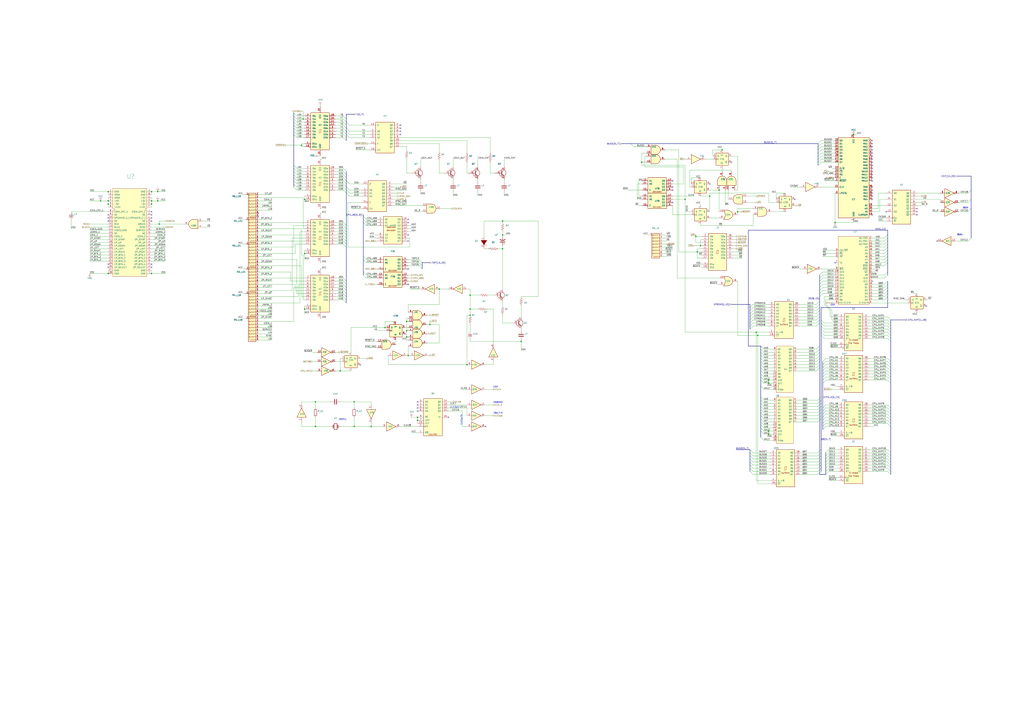
<source format=kicad_sch>
(kicad_sch (version 20211123) (generator eeschema)
  (paper "A1")
  (title_block (date "2022-04-29") (rev "J. Tejada") (company "JOTEGO") (comment 1 "Esperanza D. Triana"))
  (junction (at 250.19 254))
  (junction (at 88.9 167.64))
  (junction (at 386.08 242.57))
  (junction (at 412.75 193.04))
  (junction (at 342.9 345.44))
  (junction (at 427.99 280.67))
  (junction (at 124.46 224.79))
  (junction (at 279.4 304.8))
  (junction (at 631.19 354.33))
  (junction (at 334.01 276.86))
  (junction (at 290.83 330.2))
  (junction (at 250.19 163.83))
  (junction (at 621.03 273.05))
  (junction (at 631.19 312.42))
  (junction (at 124.46 157.48))
  (junction (at 124.46 165.1))
  (junction (at 304.8 350.52))
  (junction (at 412.75 181.61))
  (junction (at 386.08 259.08))
  (junction (at 571.5 194.31))
  (junction (at 383.54 299.72))
  (junction (at 622.3 275.59))
  (junction (at 353.06 266.7))
  (junction (at 527.05 133.35))
  (junction (at 360.68 237.49))
  (junction (at 247.65 119.38))
  (junction (at 88.9 157.48))
  (junction (at 334.01 271.78))
  (junction (at 412.75 204.47))
  (junction (at 593.09 123.19))
  (junction (at 129.54 165.1))
  (junction (at 88.9 224.79))
  (junction (at 88.9 165.1))
  (junction (at 582.93 161.29))
  (junction (at 124.46 167.64))
  (junction (at 259.08 350.52))
  (junction (at 248.92 97.79))
  (junction (at 82.55 165.1))
  (junction (at 605.79 173.99))
  (junction (at 335.28 292.1))
  (junction (at 562.61 163.83))
  (junction (at 290.83 350.52))
  (junction (at 250.19 208.28))
  (junction (at 631.19 314.96))
  (junction (at 342.9 342.9))
  (junction (at 334.01 264.16))
  (junction (at 386.08 254))
  (junction (at 590.55 156.21))
  (junction (at 572.77 207.01))
  (junction (at 259.08 330.2))
  (junction (at 685.8 182.88))
  (junction (at 316.23 269.24))
  (junction (at 130.81 184.15))
  (junction (at 575.31 201.93))
  (junction (at 129.54 157.48))
  (junction (at 631.19 356.87))
  (junction (at 701.04 110.49))
  (no_connect (at 716.28 120.65))
  (no_connect (at 335.28 220.98))
  (no_connect (at 716.28 176.53))
  (no_connect (at 328.93 110.49))
  (no_connect (at 335.28 193.04))
  (no_connect (at 716.28 161.29))
  (no_connect (at 753.11 176.53))
  (no_connect (at 295.91 299.72))
  (no_connect (at 716.28 133.35))
  (no_connect (at 124.46 219.71))
  (no_connect (at 212.09 177.8))
  (no_connect (at 582.93 151.13))
  (no_connect (at 124.46 176.53))
  (no_connect (at 335.28 180.34))
  (no_connect (at 552.45 153.67))
  (no_connect (at 716.28 138.43))
  (no_connect (at 716.28 156.21))
  (no_connect (at 716.28 163.83))
  (no_connect (at 716.28 128.27))
  (no_connect (at 716.28 118.11))
  (no_connect (at 753.11 171.45))
  (no_connect (at 716.28 130.81))
  (no_connect (at 88.9 181.61))
  (no_connect (at 88.9 179.07))
  (no_connect (at 652.78 163.83))
  (no_connect (at 716.28 143.51))
  (no_connect (at 753.11 173.99))
  (no_connect (at 716.28 153.67))
  (no_connect (at 716.28 140.97))
  (no_connect (at 769.62 198.12))
  (no_connect (at 335.28 182.88))
  (no_connect (at 552.45 166.37))
  (no_connect (at 332.74 274.32))
  (no_connect (at 552.45 148.59))
  (no_connect (at 88.9 217.17))
  (no_connect (at 124.46 181.61))
  (no_connect (at 342.9 335.28))
  (no_connect (at 716.28 148.59))
  (no_connect (at 716.28 123.19))
  (no_connect (at 398.78 350.52))
  (no_connect (at 335.28 233.68))
  (no_connect (at 328.93 102.87))
  (no_connect (at 328.93 107.95))
  (no_connect (at 760.73 251.46))
  (no_connect (at 716.28 146.05))
  (no_connect (at 727.71 173.99))
  (no_connect (at 88.9 219.71))
  (no_connect (at 124.46 179.07))
  (no_connect (at 600.71 133.35))
  (no_connect (at 88.9 176.53))
  (no_connect (at 124.46 217.17))
  (no_connect (at 342.9 337.82))
  (no_connect (at 716.28 158.75))
  (no_connect (at 212.09 175.26))
  (no_connect (at 685.8 215.9))
  (no_connect (at 335.28 198.12))
  (no_connect (at 716.28 135.89))
  (no_connect (at 716.28 125.73))
  (no_connect (at 552.45 156.21))
  (no_connect (at 124.46 173.99))
  (no_connect (at 342.9 330.2))
  (no_connect (at 368.3 342.9))
  (no_connect (at 716.28 115.57))
  (no_connect (at 328.93 105.41))
  (no_connect (at 342.9 332.74))
  (no_connect (at 716.28 231.14))
  (bus_entry (at 624.84 299.72) (size 2.54 2.54))
  (bus_entry (at 618.49 250.19) (size -2.54 2.54))
  (bus_entry (at 618.49 267.97) (size -2.54 2.54))
  (bus_entry (at 678.18 312.42) (size -2.54 2.54))
  (bus_entry (at 670.56 252.73) (size 2.54 -2.54))
  (bus_entry (at 624.84 334.01) (size 2.54 2.54))
  (bus_entry (at 624.84 351.79) (size 2.54 2.54))
  (bus_entry (at 624.84 328.93) (size 2.54 2.54))
  (bus_entry (at 670.56 250.19) (size 2.54 -2.54))
  (bus_entry (at 726.44 210.82) (size 2.54 -2.54))
  (bus_entry (at 618.49 262.89) (size -2.54 2.54))
  (bus_entry (at 284.48 143.51) (size -2.54 -2.54))
  (bus_entry (at 287.02 110.49) (size -2.54 -2.54))
  (bus_entry (at 284.48 236.22) (size -2.54 -2.54))
  (bus_entry (at 680.72 387.35) (size -2.54 2.54))
  (bus_entry (at 680.72 382.27) (size -2.54 2.54))
  (bus_entry (at 671.83 339.09) (size 2.54 -2.54))
  (bus_entry (at 675.64 223.52) (size -2.54 2.54))
  (bus_entry (at 674.37 130.81) (size -2.54 2.54))
  (bus_entry (at 728.98 195.58) (size -2.54 2.54))
  (bus_entry (at 284.48 233.68) (size -2.54 -2.54))
  (bus_entry (at 674.37 275.59) (size 2.54 2.54))
  (bus_entry (at 675.64 228.6) (size -2.54 2.54))
  (bus_entry (at 670.56 267.97) (size 2.54 -2.54))
  (bus_entry (at 624.84 292.1) (size 2.54 2.54))
  (bus_entry (at 671.83 334.01) (size 2.54 -2.54))
  (bus_entry (at 284.48 113.03) (size -2.54 -2.54))
  (bus_entry (at 671.83 384.81) (size 2.54 -2.54))
  (bus_entry (at 241.3 138.43) (size 2.54 2.54))
  (bus_entry (at 284.48 156.21) (size -2.54 -2.54))
  (bus_entry (at 674.37 125.73) (size -2.54 2.54))
  (bus_entry (at 728.98 273.05) (size 2.54 2.54))
  (bus_entry (at 670.56 297.18) (size 2.54 -2.54))
  (bus_entry (at 241.3 92.71) (size 2.54 2.54))
  (bus_entry (at 298.45 210.82) (size 2.54 2.54))
  (bus_entry (at 624.84 336.55) (size 2.54 2.54))
  (bus_entry (at 671.83 387.35) (size 2.54 -2.54))
  (bus_entry (at 671.83 346.71) (size 2.54 -2.54))
  (bus_entry (at 726.44 215.9) (size 2.54 -2.54))
  (bus_entry (at 731.52 345.44) (size -2.54 -2.54))
  (bus_entry (at 624.84 307.34) (size 2.54 2.54))
  (bus_entry (at 680.72 379.73) (size -2.54 2.54))
  (bus_entry (at 728.98 270.51) (size 2.54 2.54))
  (bus_entry (at 298.45 213.36) (size 2.54 2.54))
  (bus_entry (at 284.48 158.75) (size -2.54 -2.54))
  (bus_entry (at 624.84 359.41) (size 2.54 2.54))
  (bus_entry (at 726.44 200.66) (size 2.54 -2.54))
  (bus_entry (at 674.37 115.57) (size -2.54 2.54))
  (bus_entry (at 728.98 372.11) (size 2.54 2.54))
  (bus_entry (at 674.37 133.35) (size -2.54 2.54))
  (bus_entry (at 731.52 350.52) (size -2.54 -2.54))
  (bus_entry (at 284.48 195.58) (size -2.54 -2.54))
  (bus_entry (at 618.49 384.81) (size -2.54 -2.54))
  (bus_entry (at 675.64 345.44) (size 2.54 -2.54))
  (bus_entry (at 678.18 302.26) (size -2.54 2.54))
  (bus_entry (at 728.98 369.57) (size 2.54 2.54))
  (bus_entry (at 624.84 297.18) (size 2.54 2.54))
  (bus_entry (at 678.18 307.34) (size -2.54 2.54))
  (bus_entry (at 728.98 340.36) (size 2.54 2.54))
  (bus_entry (at 671.83 379.73) (size 2.54 -2.54))
  (bus_entry (at 241.3 146.05) (size 2.54 2.54))
  (bus_entry (at 287.02 151.13) (size -2.54 -2.54))
  (bus_entry (at 678.18 294.64) (size -2.54 2.54))
  (bus_entry (at 680.72 252.73) (size 2.54 2.54))
  (bus_entry (at 728.98 382.27) (size 2.54 2.54))
  (bus_entry (at 284.48 102.87) (size -2.54 -2.54))
  (bus_entry (at 624.84 287.02) (size 2.54 2.54))
  (bus_entry (at 618.49 374.65) (size -2.54 -2.54))
  (bus_entry (at 728.98 379.73) (size 2.54 2.54))
  (bus_entry (at 624.84 317.5) (size 2.54 2.54))
  (bus_entry (at 624.84 309.88) (size 2.54 2.54))
  (bus_entry (at 344.17 213.36) (size 2.54 2.54))
  (bus_entry (at 680.72 384.81) (size -2.54 2.54))
  (bus_entry (at 298.45 180.34) (size 2.54 2.54))
  (bus_entry (at 728.98 387.35) (size 2.54 2.54))
  (bus_entry (at 624.84 302.26) (size 2.54 2.54))
  (bus_entry (at 284.48 238.76) (size -2.54 -2.54))
  (bus_entry (at 671.83 372.11) (size 2.54 -2.54))
  (bus_entry (at 675.64 236.22) (size -2.54 2.54))
  (bus_entry (at 797.56 156.21) (size -2.54 2.54))
  (bus_entry (at 678.18 332.74) (size -2.54 2.54))
  (bus_entry (at 284.48 97.79) (size -2.54 -2.54))
  (bus_entry (at 241.3 153.67) (size 2.54 2.54))
  (bus_entry (at 241.3 100.33) (size 2.54 2.54))
  (bus_entry (at 670.56 287.02) (size 2.54 -2.54))
  (bus_entry (at 728.98 377.19) (size 2.54 2.54))
  (bus_entry (at 728.98 193.04) (size -2.54 2.54))
  (bus_entry (at 675.64 342.9) (size 2.54 -2.54))
  (bus_entry (at 728.98 335.28) (size 2.54 2.54))
  (bus_entry (at 624.84 294.64) (size 2.54 2.54))
  (bus_entry (at 674.37 262.89) (size 2.54 2.54))
  (bus_entry (at 726.44 228.6) (size 2.54 -2.54))
  (bus_entry (at 726.44 233.68) (size 2.54 -2.54))
  (bus_entry (at 670.56 289.56) (size 2.54 -2.54))
  (bus_entry (at 241.3 110.49) (size 2.54 2.54))
  (bus_entry (at 298.45 177.8) (size 2.54 2.54))
  (bus_entry (at 624.84 284.48) (size 2.54 2.54))
  (bus_entry (at 671.83 328.93) (size 2.54 -2.54))
  (bus_entry (at 624.84 341.63) (size 2.54 2.54))
  (bus_entry (at 241.3 107.95) (size 2.54 2.54))
  (bus_entry (at 287.02 107.95) (size -2.54 -2.54))
  (bus_entry (at 674.37 267.97) (size 2.54 2.54))
  (bus_entry (at 284.48 248.92) (size -2.54 -2.54))
  (bus_entry (at 618.49 377.19) (size -2.54 -2.54))
  (bus_entry (at 618.49 252.73) (size -2.54 2.54))
  (bus_entry (at 680.72 374.65) (size -2.54 2.54))
  (bus_entry (at 728.98 302.26) (size 2.54 2.54))
  (bus_entry (at 678.18 299.72) (size -2.54 2.54))
  (bus_entry (at 671.83 341.63) (size 2.54 -2.54))
  (bus_entry (at 284.48 146.05) (size -2.54 -2.54))
  (bus_entry (at 676.91 250.19) (size 2.54 2.54))
  (bus_entry (at 680.72 377.19) (size -2.54 2.54))
  (bus_entry (at 671.83 336.55) (size 2.54 -2.54))
  (bus_entry (at 518.16 118.11) (size 2.54 2.54))
  (bus_entry (at 726.44 236.22) (size 2.54 -2.54))
  (bus_entry (at 674.37 273.05) (size 2.54 2.54))
  (bus_entry (at 671.83 382.27) (size 2.54 -2.54))
  (bus_entry (at 284.48 153.67) (size -2.54 -2.54))
  (bus_entry (at 728.98 294.64) (size 2.54 2.54))
  (bus_entry (at 624.84 304.8) (size 2.54 2.54))
  (bus_entry (at 344.17 218.44) (size 2.54 2.54))
  (bus_entry (at 284.48 100.33) (size -2.54 -2.54))
  (bus_entry (at 670.56 265.43) (size 2.54 -2.54))
  (bus_entry (at 731.52 347.98) (size -2.54 -2.54))
  (bus_entry (at 344.17 215.9) (size 2.54 2.54))
  (bus_entry (at 728.98 337.82) (size 2.54 2.54))
  (bus_entry (at 241.3 97.79) (size 2.54 2.54))
  (bus_entry (at 298.45 226.06) (size 2.54 2.54))
  (bus_entry (at 670.56 294.64) (size 2.54 -2.54))
  (bus_entry (at 241.3 135.89) (size 2.54 2.54))
  (bus_entry (at 241.3 95.25) (size 2.54 2.54))
  (bus_entry (at 670.56 262.89) (size 2.54 -2.54))
  (bus_entry (at 670.56 302.26) (size 2.54 -2.54))
  (bus_entry (at 287.02 102.87) (size -2.54 -2.54))
  (bus_entry (at 674.37 118.11) (size -2.54 2.54))
  (bus_entry (at 728.98 267.97) (size 2.54 2.54))
  (bus_entry (at 678.18 304.8) (size -2.54 2.54))
  (bus_entry (at 671.83 374.65) (size 2.54 -2.54))
  (bus_entry (at 618.49 257.81) (size -2.54 2.54))
  (bus_entry (at 284.48 193.04) (size -2.54 -2.54))
  (bus_entry (at 674.37 123.19) (size -2.54 2.54))
  (bus_entry (at 728.98 304.8) (size 2.54 2.54))
  (bus_entry (at 671.83 389.89) (size 2.54 -2.54))
  (bus_entry (at 287.02 161.29) (size -2.54 -2.54))
  (bus_entry (at 726.44 205.74) (size 2.54 -2.54))
  (bus_entry (at 624.84 326.39) (size 2.54 2.54))
  (bus_entry (at 284.48 115.57) (size -2.54 -2.54))
  (bus_entry (at 284.48 231.14) (size -2.54 -2.54))
  (bus_entry (at 675.64 233.68) (size -2.54 2.54))
  (bus_entry (at 298.45 182.88) (size 2.54 2.54))
  (bus_entry (at 728.98 307.34) (size 2.54 2.54))
  (bus_entry (at 284.48 140.97) (size -2.54 -2.54))
  (bus_entry (at 618.49 389.89) (size -2.54 -2.54))
  (bus_entry (at 284.48 151.13) (size -2.54 -2.54))
  (bus_entry (at 726.44 238.76) (size 2.54 -2.54))
  (bus_entry (at 728.98 278.13) (size 2.54 2.54))
  (bus_entry (at 797.56 171.45) (size -2.54 2.54))
  (bus_entry (at 624.84 339.09) (size 2.54 2.54))
  (bus_entry (at 674.37 120.65) (size -2.54 2.54))
  (bus_entry (at 728.98 265.43) (size 2.54 2.54))
  (bus_entry (at 728.98 384.81) (size 2.54 2.54))
  (bus_entry (at 678.18 337.82) (size -2.54 2.54))
  (bus_entry (at 728.98 309.88) (size 2.54 2.54))
  (bus_entry (at 797.56 163.83) (size -2.54 2.54))
  (bus_entry (at 678.18 335.28) (size -2.54 2.54))
  (bus_entry (at 670.56 260.35) (size 2.54 -2.54))
  (bus_entry (at 726.44 213.36) (size 2.54 -2.54))
  (bus_entry (at 670.56 299.72) (size 2.54 -2.54))
  (bus_entry (at 728.98 275.59) (size 2.54 2.54))
  (bus_entry (at 726.44 243.84) (size 2.54 -2.54))
  (bus_entry (at 726.44 203.2) (size 2.54 -2.54))
  (bus_entry (at 241.3 143.51) (size 2.54 2.54))
  (bus_entry (at 284.48 243.84) (size -2.54 -2.54))
  (bus_entry (at 284.48 185.42) (size -2.54 -2.54))
  (bus_entry (at 284.48 198.12) (size -2.54 -2.54))
  (bus_entry (at 284.48 148.59) (size -2.54 -2.54))
  (bus_entry (at 281.94 107.95) (size 2.54 2.54))
  (bus_entry (at 797.56 195.58) (size -2.54 2.54))
  (bus_entry (at 675.64 226.06) (size -2.54 2.54))
  (bus_entry (at 618.49 387.35) (size -2.54 -2.54))
  (bus_entry (at 618.49 265.43) (size -2.54 2.54))
  (bus_entry (at 728.98 297.18) (size 2.54 2.54))
  (bus_entry (at 624.84 289.56) (size 2.54 2.54))
  (bus_entry (at 675.64 350.52) (size 2.54 -2.54))
  (bus_entry (at 618.49 260.35) (size -2.54 2.54))
  (bus_entry (at 281.94 102.87) (size 2.54 2.54))
  (bus_entry (at 670.56 304.8) (size 2.54 -2.54))
  (bus_entry (at 671.83 331.47) (size 2.54 -2.54))
  (bus_entry (at 241.3 151.13) (size 2.54 2.54))
  (bus_entry (at 728.98 332.74) (size 2.54 2.54))
  (bus_entry (at 287.02 156.21) (size -2.54 -2.54))
  (bus_entry (at 728.98 374.65) (size 2.54 2.54))
  (bus_entry (at 678.18 297.18) (size -2.54 2.54))
  (bus_entry (at 241.3 102.87) (size 2.54 2.54))
  (bus_entry (at 680.72 252.73) (size -2.54 -2.54))
  (bus_entry (at 670.56 255.27) (size 2.54 -2.54))
  (bus_entry (at 728.98 312.42) (size 2.54 2.54))
  (bus_entry (at 728.98 262.89) (size 2.54 2.54))
  (bus_entry (at 726.44 246.38) (size 2.54 -2.54))
  (bus_entry (at 671.83 344.17) (size 2.54 -2.54))
  (bus_entry (at 284.48 200.66) (size -2.54 -2.54))
  (bus_entry (at 618.49 382.27) (size -2.54 -2.54))
  (bus_entry (at 284.48 246.38) (size -2.54 -2.54))
  (bus_entry (at 624.84 331.47) (size 2.54 2.54))
  (bus_entry (at 674.37 270.51) (size 2.54 2.54))
  (bus_entry (at 287.02 113.03) (size -2.54 -2.54))
  (bus_entry (at 284.48 203.2) (size -2.54 -2.54))
  (bus_entry (at 726.44 226.06) (size 2.54 -2.54))
  (bus_entry (at 284.48 190.5) (size -2.54 -2.54))
  (bus_entry (at 284.48 241.3) (size -2.54 -2.54))
  (bus_entry (at 624.84 346.71) (size 2.54 2.54))
  (bus_entry (at 670.56 257.81) (size 2.54 -2.54))
  (bus_entry (at 624.84 344.17) (size 2.54 2.54))
  (bus_entry (at 618.49 372.11) (size -2.54 -2.54))
  (bus_entry (at 678.18 350.52) (size -2.54 2.54))
  (bus_entry (at 726.44 218.44) (size 2.54 -2.54))
  (bus_entry (at 670.56 292.1) (size 2.54 -2.54))
  (bus_entry (at 624.84 354.33) (size 2.54 2.54))
  (bus_entry (at 728.98 260.35) (size 2.54 2.54))
  (bus_entry (at 287.02 158.75) (size -2.54 -2.54))
  (bus_entry (at 726.44 208.28) (size 2.54 -2.54))
  (bus_entry (at 618.49 255.27) (size -2.54 2.54))
  (bus_entry (at 618.49 379.73) (size -2.54 -2.54))
  (bus_entry (at 284.48 187.96) (size -2.54 -2.54))
  (bus_entry (at 241.3 140.97) (size 2.54 2.54))
  (bus_entry (at 624.84 312.42) (size 2.54 2.54))
  (bus_entry (at 680.72 372.11) (size -2.54 2.54))
  (bus_entry (at 624.84 349.25) (size 2.54 2.54))
  (bus_entry (at 726.44 241.3) (size 2.54 -2.54))
  (bus_entry (at 675.64 231.14) (size -2.54 2.54))
  (bus_entry (at 298.45 223.52) (size 2.54 2.54))
  (bus_entry (at 241.3 148.59) (size 2.54 2.54))
  (bus_entry (at 241.3 105.41) (size 2.54 2.54))
  (bus_entry (at 674.37 265.43) (size 2.54 2.54))
  (bus_entry (at 674.37 128.27) (size -2.54 2.54))
  (bus_entry (at 680.72 369.57) (size -2.54 2.54))
  (bus_entry (at 678.18 309.88) (size -2.54 2.54))
  (bus_entry (at 728.98 299.72) (size 2.54 2.54))
  (bus_entry (at 284.48 107.95) (size -2.54 -2.54))
  (bus_entry (at 675.64 241.3) (size -2.54 2.54))
  (bus_entry (at 679.45 252.73) (size 2.54 2.54))
  (bus_entry (at 675.64 238.76) (size -2.54 2.54))
  (bus_entry (at 675.64 347.98) (size 2.54 -2.54))
  (bus_entry (at 671.83 377.19) (size 2.54 -2.54))
  (wire (pts (xy 762 246.38) (xy 760.73 246.38)))
  (wire (pts (xy 678.18 309.88) (xy 688.34 309.88)))
  (wire (pts (xy 360.68 266.7) (xy 360.68 281.94)))
  (wire (pts (xy 281.94 110.49) (xy 275.59 110.49)))
  (wire (pts (xy 718.82 220.98) (xy 716.28 220.98)))
  (wire (pts (xy 678.18 347.98) (xy 688.34 347.98)))
  (bus (pts (xy 671.83 120.65) (xy 671.83 123.19)))
  (wire (pts (xy 572.77 212.09) (xy 576.58 212.09)))
  (wire (pts (xy 681.99 283.21) (xy 688.34 283.21)))
  (wire (pts (xy 124.46 186.69) (xy 135.89 186.69)))
  (bus (pts (xy 241.3 146.05) (xy 241.3 148.59)))
  (wire (pts (xy 223.52 231.14) (xy 212.09 231.14)))
  (wire (pts (xy 386.08 278.13) (xy 386.08 280.67)))
  (wire (pts (xy 308.61 220.98) (xy 309.88 220.98)))
  (bus (pts (xy 731.52 350.52) (xy 731.52 372.11)))
  (wire (pts (xy 676.91 265.43) (xy 688.34 265.43)))
  (bus (pts (xy 731.52 275.59) (xy 731.52 278.13)))
  (wire (pts (xy 248.92 162.56) (xy 212.09 162.56)))
  (wire (pts (xy 441.96 243.84) (xy 427.99 243.84)))
  (wire (pts (xy 234.95 119.38) (xy 247.65 119.38)))
  (wire (pts (xy 716.28 236.22) (xy 726.44 236.22)))
  (wire (pts (xy 243.84 213.36) (xy 243.84 241.3)))
  (wire (pts (xy 300.99 185.42) (xy 309.88 185.42)))
  (bus (pts (xy 671.83 133.35) (xy 671.83 135.89)))
  (wire (pts (xy 264.16 175.26) (xy 262.89 175.26)))
  (wire (pts (xy 627.38 346.71) (xy 635 346.71)))
  (wire (pts (xy 212.09 261.62) (xy 223.52 261.62)))
  (wire (pts (xy 124.46 196.85) (xy 135.89 196.85)))
  (wire (pts (xy 721.36 171.45) (xy 721.36 158.75)))
  (wire (pts (xy 412.75 204.47) (xy 408.94 204.47)))
  (wire (pts (xy 405.13 297.18) (xy 405.13 299.72)))
  (wire (pts (xy 247.65 120.65) (xy 250.19 120.65)))
  (bus (pts (xy 731.52 302.26) (xy 731.52 304.8)))
  (wire (pts (xy 328.93 113.03) (xy 402.59 113.03)))
  (wire (pts (xy 618.49 384.81) (xy 632.46 384.81)))
  (bus (pts (xy 673.1 389.89) (xy 678.18 389.89)))
  (wire (pts (xy 656.59 267.97) (xy 670.56 267.97)))
  (wire (pts (xy 212.09 228.6) (xy 250.19 228.6)))
  (bus (pts (xy 674.37 341.63) (xy 674.37 344.17)))
  (wire (pts (xy 600.71 139.7) (xy 600.71 140.97)))
  (wire (pts (xy 212.09 246.38) (xy 223.52 246.38)))
  (wire (pts (xy 427.99 271.78) (xy 427.99 270.51)))
  (wire (pts (xy 297.18 166.37) (xy 285.75 166.37)))
  (wire (pts (xy 680.72 379.73) (xy 688.34 379.73)))
  (wire (pts (xy 721.36 181.61) (xy 727.71 181.61)))
  (bus (pts (xy 284.48 200.66) (xy 284.48 203.2)))
  (wire (pts (xy 722.63 173.99) (xy 722.63 163.83)))
  (wire (pts (xy 604.52 196.85) (xy 601.98 196.85)))
  (wire (pts (xy 212.09 238.76) (xy 240.03 238.76)))
  (wire (pts (xy 361.95 171.45) (xy 370.84 171.45)))
  (wire (pts (xy 627.38 356.87) (xy 631.19 356.87)))
  (wire (pts (xy 88.9 162.56) (xy 88.9 165.1)))
  (wire (pts (xy 622.3 275.59) (xy 622.3 397.51)))
  (bus (pts (xy 674.37 273.05) (xy 674.37 275.59)))
  (wire (pts (xy 552.45 161.29) (xy 570.23 161.29)))
  (wire (pts (xy 360.68 118.11) (xy 360.68 124.46)))
  (wire (pts (xy 576.58 199.39) (xy 571.5 199.39)))
  (bus (pts (xy 675.64 337.82) (xy 675.64 340.36)))
  (wire (pts (xy 393.7 242.57) (xy 386.08 242.57)))
  (bus (pts (xy 284.48 185.42) (xy 284.48 187.96)))
  (bus (pts (xy 241.3 135.89) (xy 241.3 138.43)))
  (bus (pts (xy 284.48 100.33) (xy 284.48 102.87)))
  (wire (pts (xy 401.32 204.47) (xy 397.51 204.47)))
  (bus (pts (xy 615.95 374.65) (xy 615.95 377.19)))
  (bus (pts (xy 673.1 284.48) (xy 673.1 287.02)))
  (bus (pts (xy 624.84 341.63) (xy 624.84 344.17)))
  (wire (pts (xy 595.63 156.21) (xy 595.63 168.91)))
  (wire (pts (xy 281.94 187.96) (xy 275.59 187.96)))
  (wire (pts (xy 212.09 215.9) (xy 223.52 215.9)))
  (wire (pts (xy 402.59 142.24) (xy 406.4 142.24)))
  (wire (pts (xy 713.74 347.98) (xy 728.98 347.98)))
  (wire (pts (xy 199.39 261.62) (xy 201.93 261.62)))
  (wire (pts (xy 212.09 279.4) (xy 223.52 279.4)))
  (wire (pts (xy 247.65 331.47) (xy 247.65 330.2)))
  (wire (pts (xy 412.75 181.61) (xy 441.96 181.61)))
  (wire (pts (xy 88.9 209.55) (xy 73.66 209.55)))
  (wire (pts (xy 212.09 205.74) (xy 223.52 205.74)))
  (wire (pts (xy 631.19 275.59) (xy 622.3 275.59)))
  (bus (pts (xy 284.48 231.14) (xy 284.48 233.68)))
  (bus (pts (xy 624.84 309.88) (xy 624.84 312.42)))
  (wire (pts (xy 212.09 226.06) (xy 223.52 226.06)))
  (wire (pts (xy 281.94 195.58) (xy 275.59 195.58)))
  (bus (pts (xy 675.64 309.88) (xy 675.64 312.42)))
  (wire (pts (xy 529.59 137.16) (xy 529.59 128.27)))
  (wire (pts (xy 199.39 160.02) (xy 201.93 160.02)))
  (wire (pts (xy 618.49 377.19) (xy 632.46 377.19)))
  (bus (pts (xy 675.64 304.8) (xy 675.64 307.34)))
  (wire (pts (xy 166.37 186.69) (xy 172.72 186.69)))
  (wire (pts (xy 676.91 278.13) (xy 688.34 278.13)))
  (wire (pts (xy 247.65 119.38) (xy 247.65 120.65)))
  (bus (pts (xy 731.52 382.27) (xy 731.52 384.81)))
  (wire (pts (xy 342.9 342.9) (xy 337.82 342.9)))
  (bus (pts (xy 624.84 351.79) (xy 624.84 354.33)))
  (wire (pts (xy 297.18 151.13) (xy 287.02 151.13)))
  (wire (pts (xy 726.44 213.36) (xy 716.28 213.36)))
  (wire (pts (xy 685.8 158.75) (xy 685.8 182.88)))
  (bus (pts (xy 678.18 379.73) (xy 678.18 382.27)))
  (wire (pts (xy 529.59 128.27) (xy 530.86 128.27)))
  (bus (pts (xy 284.48 238.76) (xy 284.48 241.3)))
  (bus (pts (xy 346.71 218.44) (xy 346.71 220.98)))
  (bus (pts (xy 731.52 267.97) (xy 731.52 270.51)))
  (wire (pts (xy 386.08 242.57) (xy 386.08 237.49)))
  (wire (pts (xy 281.94 153.67) (xy 275.59 153.67)))
  (wire (pts (xy 562.61 130.81) (xy 563.88 130.81)))
  (wire (pts (xy 675.64 241.3) (xy 685.8 241.3)))
  (wire (pts (xy 58.42 173.99) (xy 88.9 173.99)))
  (bus (pts (xy 674.37 379.73) (xy 674.37 382.27)))
  (wire (pts (xy 675.64 205.74) (xy 685.8 205.74)))
  (bus (pts (xy 615.95 369.57) (xy 615.95 372.11)))
  (wire (pts (xy 82.55 165.1) (xy 73.66 165.1)))
  (wire (pts (xy 335.28 190.5) (xy 337.82 190.5)))
  (wire (pts (xy 383.54 335.28) (xy 383.54 341.63)))
  (wire (pts (xy 645.16 158.75) (xy 637.54 158.75)))
  (bus (pts (xy 673.1 297.18) (xy 673.1 299.72)))
  (wire (pts (xy 264.16 171.45) (xy 262.89 171.45)))
  (wire (pts (xy 572.77 207.01) (xy 572.77 212.09)))
  (wire (pts (xy 772.16 173.99) (xy 765.81 173.99)))
  (bus (pts (xy 728.98 189.23) (xy 614.68 189.23)))
  (bus (pts (xy 284.48 195.58) (xy 284.48 198.12)))
  (wire (pts (xy 427.99 279.4) (xy 427.99 280.67)))
  (bus (pts (xy 731.52 374.65) (xy 731.52 377.19)))
  (bus (pts (xy 728.98 200.66) (xy 728.98 203.2)))
  (bus (pts (xy 673.1 257.81) (xy 673.1 260.35)))
  (wire (pts (xy 335.28 218.44) (xy 344.17 218.44)))
  (wire (pts (xy 129.54 157.48) (xy 135.89 157.48)))
  (bus (pts (xy 284.48 97.79) (xy 284.48 100.33)))
  (wire (pts (xy 337.82 226.06) (xy 335.28 226.06)))
  (bus (pts (xy 284.48 148.59) (xy 284.48 151.13)))
  (wire (pts (xy 212.09 254) (xy 223.52 254)))
  (wire (pts (xy 88.9 186.69) (xy 73.66 186.69)))
  (bus (pts (xy 731.52 345.44) (xy 731.52 347.98)))
  (wire (pts (xy 212.09 193.04) (xy 250.19 193.04)))
  (wire (pts (xy 713.74 273.05) (xy 728.98 273.05)))
  (wire (pts (xy 656.59 255.27) (xy 670.56 255.27)))
  (bus (pts (xy 615.95 265.43) (xy 615.95 267.97)))
  (wire (pts (xy 199.39 200.66) (xy 201.93 200.66)))
  (wire (pts (xy 627.38 297.18) (xy 635 297.18)))
  (wire (pts (xy 527.05 133.35) (xy 530.86 133.35)))
  (wire (pts (xy 716.28 171.45) (xy 721.36 171.45)))
  (wire (pts (xy 412.75 247.65) (xy 412.75 251.46)))
  (wire (pts (xy 631.19 260.35) (xy 618.49 260.35)))
  (wire (pts (xy 631.19 267.97) (xy 618.49 267.97)))
  (wire (pts (xy 279.4 294.64) (xy 279.4 304.8)))
  (wire (pts (xy 527.05 148.59) (xy 524.51 148.59)))
  (wire (pts (xy 575.31 184.15) (xy 575.31 185.42)))
  (bus (pts (xy 797.56 144.78) (xy 786.13 144.78)))
  (bus (pts (xy 675.64 312.42) (xy 675.64 314.96)))
  (bus (pts (xy 624.84 297.18) (xy 624.84 299.72)))
  (wire (pts (xy 124.46 189.23) (xy 135.89 189.23)))
  (wire (pts (xy 322.58 168.91) (xy 346.71 168.91)))
  (wire (pts (xy 795.02 198.12) (xy 784.86 198.12)))
  (bus (pts (xy 728.98 215.9) (xy 728.98 223.52)))
  (bus (pts (xy 731.52 379.73) (xy 731.52 382.27)))
  (wire (pts (xy 605.79 173.99) (xy 608.33 173.99)))
  (bus (pts (xy 624.84 307.34) (xy 624.84 309.88)))
  (wire (pts (xy 618.49 389.89) (xy 632.46 389.89)))
  (wire (pts (xy 657.86 382.27) (xy 671.83 382.27)))
  (wire (pts (xy 335.28 187.96) (xy 337.82 187.96)))
  (wire (pts (xy 334.01 130.81) (xy 334.01 142.24)))
  (wire (pts (xy 281.94 193.04) (xy 275.59 193.04)))
  (bus (pts (xy 284.48 193.04) (xy 284.48 195.58)))
  (bus (pts (xy 678.18 372.11) (xy 678.18 374.65)))
  (wire (pts (xy 325.12 279.4) (xy 325.12 283.21)))
  (wire (pts (xy 318.77 292.1) (xy 318.77 299.72)))
  (wire (pts (xy 684.53 146.05) (xy 685.8 146.05)))
  (wire (pts (xy 676.91 243.84) (xy 685.8 243.84)))
  (wire (pts (xy 683.26 262.89) (xy 688.34 262.89)))
  (bus (pts (xy 241.3 138.43) (xy 241.3 140.97)))
  (wire (pts (xy 290.83 330.2) (xy 290.83 335.28)))
  (wire (pts (xy 657.86 387.35) (xy 671.83 387.35)))
  (wire (pts (xy 386.08 280.67) (xy 427.99 280.67)))
  (wire (pts (xy 405.13 254) (xy 405.13 281.94)))
  (wire (pts (xy 383.54 115.57) (xy 383.54 125.73)))
  (wire (pts (xy 681.99 358.14) (xy 688.34 358.14)))
  (bus (pts (xy 673.1 265.43) (xy 673.1 284.48)))
  (bus (pts (xy 731.52 384.81) (xy 731.52 387.35)))
  (wire (pts (xy 674.37 133.35) (xy 685.8 133.35)))
  (wire (pts (xy 250.19 198.12) (xy 212.09 198.12)))
  (wire (pts (xy 527.05 125.73) (xy 527.05 133.35)))
  (wire (pts (xy 223.52 236.22) (xy 212.09 236.22)))
  (wire (pts (xy 627.38 302.26) (xy 635 302.26)))
  (wire (pts (xy 675.64 223.52) (xy 685.8 223.52)))
  (wire (pts (xy 654.05 287.02) (xy 670.56 287.02)))
  (bus (pts (xy 241.3 95.25) (xy 241.3 97.79)))
  (wire (pts (xy 124.46 224.79) (xy 135.89 224.79)))
  (wire (pts (xy 675.64 238.76) (xy 685.8 238.76)))
  (wire (pts (xy 515.62 156.21) (xy 527.05 156.21)))
  (wire (pts (xy 124.46 199.39) (xy 135.89 199.39)))
  (wire (pts (xy 247.65 118.11) (xy 247.65 119.38)))
  (wire (pts (xy 313.69 350.52) (xy 304.8 350.52)))
  (wire (pts (xy 722.63 163.83) (xy 727.71 163.83)))
  (wire (pts (xy 713.74 260.35) (xy 728.98 260.35)))
  (wire (pts (xy 427.99 251.46) (xy 427.99 260.35)))
  (wire (pts (xy 633.73 173.99) (xy 645.16 173.99)))
  (bus (pts (xy 624.84 317.5) (xy 624.84 326.39)))
  (wire (pts (xy 593.09 138.43) (xy 593.09 140.97)))
  (wire (pts (xy 627.38 349.25) (xy 635 349.25)))
  (wire (pts (xy 627.38 331.47) (xy 635 331.47)))
  (wire (pts (xy 678.18 304.8) (xy 688.34 304.8)))
  (wire (pts (xy 713.74 297.18) (xy 728.98 297.18)))
  (wire (pts (xy 716.28 173.99) (xy 722.63 173.99)))
  (wire (pts (xy 678.18 332.74) (xy 688.34 332.74)))
  (wire (pts (xy 260.35 304.8) (xy 256.54 304.8)))
  (wire (pts (xy 621.03 161.29) (xy 613.41 161.29)))
  (bus (pts (xy 731.52 265.43) (xy 731.52 267.97)))
  (wire (pts (xy 337.82 355.6) (xy 342.9 355.6)))
  (wire (pts (xy 675.64 226.06) (xy 685.8 226.06)))
  (wire (pts (xy 248.92 97.79) (xy 250.19 97.79)))
  (wire (pts (xy 353.06 259.08) (xy 350.52 259.08)))
  (wire (pts (xy 627.38 294.64) (xy 635 294.64)))
  (bus (pts (xy 728.98 238.76) (xy 728.98 241.3)))
  (wire (pts (xy 552.45 151.13) (xy 561.34 151.13)))
  (wire (pts (xy 716.28 233.68) (xy 726.44 233.68)))
  (wire (pts (xy 631.19 257.81) (xy 618.49 257.81)))
  (bus (pts (xy 284.48 236.22) (xy 284.48 238.76)))
  (bus (pts (xy 674.37 267.97) (xy 674.37 270.51)))
  (wire (pts (xy 322.58 161.29) (xy 326.39 161.29)))
  (bus (pts (xy 678.18 374.65) (xy 678.18 377.19)))
  (bus (pts (xy 624.84 354.33) (xy 624.84 359.41)))
  (bus (pts (xy 614.68 189.23) (xy 614.68 284.48)))
  (wire (pts (xy 524.51 168.91) (xy 527.05 168.91)))
  (wire (pts (xy 353.06 264.16) (xy 353.06 266.7)))
  (wire (pts (xy 243.84 102.87) (xy 250.19 102.87)))
  (bus (pts (xy 624.84 312.42) (xy 624.84 317.5)))
  (wire (pts (xy 281.94 140.97) (xy 275.59 140.97)))
  (wire (pts (xy 124.46 214.63) (xy 135.89 214.63)))
  (wire (pts (xy 360.68 281.94) (xy 350.52 281.94)))
  (wire (pts (xy 212.09 185.42) (xy 223.52 185.42)))
  (wire (pts (xy 287.02 107.95) (xy 303.53 107.95)))
  (wire (pts (xy 678.18 299.72) (xy 688.34 299.72)))
  (bus (pts (xy 728.98 236.22) (xy 728.98 238.76)))
  (wire (pts (xy 713.74 312.42) (xy 728.98 312.42)))
  (wire (pts (xy 243.84 151.13) (xy 250.19 151.13)))
  (wire (pts (xy 241.3 185.42) (xy 250.19 185.42)))
  (wire (pts (xy 681.99 260.35) (xy 688.34 260.35)))
  (wire (pts (xy 601.98 194.31) (xy 604.52 194.31)))
  (bus (pts (xy 675.64 342.9) (xy 675.64 345.44)))
  (bus (pts (xy 284.48 143.51) (xy 284.48 146.05)))
  (wire (pts (xy 299.72 285.75) (xy 309.88 285.75)))
  (wire (pts (xy 683.26 255.27) (xy 683.26 262.89)))
  (wire (pts (xy 657.86 374.65) (xy 671.83 374.65)))
  (bus (pts (xy 728.98 243.84) (xy 728.98 252.73)))
  (bus (pts (xy 731.52 347.98) (xy 731.52 350.52)))
  (bus (pts (xy 674.37 377.19) (xy 674.37 379.73)))
  (wire (pts (xy 288.29 171.45) (xy 297.18 171.45)))
  (wire (pts (xy 618.49 171.45) (xy 605.79 171.45)))
  (wire (pts (xy 124.46 165.1) (xy 124.46 162.56)))
  (wire (pts (xy 713.74 369.57) (xy 728.98 369.57)))
  (bus (pts (xy 624.84 292.1) (xy 624.84 294.64)))
  (wire (pts (xy 556.26 228.6) (xy 590.55 228.6)))
  (bus (pts (xy 674.37 270.51) (xy 674.37 273.05)))
  (wire (pts (xy 243.84 107.95) (xy 250.19 107.95)))
  (wire (pts (xy 383.54 259.08) (xy 386.08 259.08)))
  (wire (pts (xy 678.18 246.38) (xy 678.18 250.19)))
  (bus (pts (xy 678.18 377.19) (xy 678.18 379.73)))
  (wire (pts (xy 212.09 210.82) (xy 223.52 210.82)))
  (wire (pts (xy 212.09 276.86) (xy 223.52 276.86)))
  (wire (pts (xy 716.28 168.91) (xy 727.71 168.91)))
  (wire (pts (xy 716.28 243.84) (xy 726.44 243.84)))
  (wire (pts (xy 166.37 181.61) (xy 172.72 181.61)))
  (wire (pts (xy 285.75 203.2) (xy 336.55 203.2)))
  (wire (pts (xy 582.93 156.21) (xy 590.55 156.21)))
  (bus (pts (xy 674.37 252.73) (xy 674.37 262.89)))
  (wire (pts (xy 247.65 243.84) (xy 250.19 243.84)))
  (wire (pts (xy 627.38 292.1) (xy 635 292.1)))
  (wire (pts (xy 281.94 156.21) (xy 275.59 156.21)))
  (wire (pts (xy 281.94 182.88) (xy 275.59 182.88)))
  (wire (pts (xy 299.72 280.67) (xy 309.88 280.67)))
  (wire (pts (xy 718.82 223.52) (xy 716.28 223.52)))
  (wire (pts (xy 212.09 170.18) (xy 223.52 170.18)))
  (wire (pts (xy 212.09 195.58) (xy 223.52 195.58)))
  (bus (pts (xy 675.64 345.44) (xy 675.64 347.98)))
  (wire (pts (xy 130.81 181.61) (xy 130.81 184.15)))
  (wire (pts (xy 281.94 113.03) (xy 275.59 113.03)))
  (wire (pts (xy 753.11 259.08) (xy 753.11 256.54)))
  (wire (pts (xy 334.01 292.1) (xy 335.28 292.1)))
  (bus (pts (xy 346.71 215.9) (xy 353.06 215.9)))
  (bus (pts (xy 675.64 299.72) (xy 675.64 302.26)))
  (wire (pts (xy 618.49 379.73) (xy 632.46 379.73)))
  (wire (pts (xy 386.08 242.57) (xy 386.08 254)))
  (bus (pts (xy 284.48 107.95) (xy 284.48 110.49)))
  (wire (pts (xy 570.23 201.93) (xy 575.31 201.93)))
  (wire (pts (xy 288.29 269.24) (xy 316.23 269.24)))
  (wire (pts (xy 713.74 342.9) (xy 728.98 342.9)))
  (wire (pts (xy 543.56 195.58) (xy 547.37 195.58)))
  (wire (pts (xy 674.37 115.57) (xy 685.8 115.57)))
  (wire (pts (xy 340.36 173.99) (xy 346.71 173.99)))
  (wire (pts (xy 567.69 146.05) (xy 567.69 151.13)))
  (wire (pts (xy 412.75 193.04) (xy 415.29 193.04)))
  (wire (pts (xy 556.26 130.81) (xy 546.1 130.81)))
  (wire (pts (xy 281.94 102.87) (xy 275.59 102.87)))
  (wire (pts (xy 250.19 254) (xy 250.19 257.81)))
  (wire (pts (xy 566.42 153.67) (xy 566.42 139.7)))
  (wire (pts (xy 280.67 294.64) (xy 279.4 294.64)))
  (bus (pts (xy 624.84 349.25) (xy 624.84 351.79)))
  (wire (pts (xy 212.09 271.78) (xy 223.52 271.78)))
  (wire (pts (xy 250.19 190.5) (xy 246.38 190.5)))
  (bus (pts (xy 673.1 262.89) (xy 673.1 265.43)))
  (wire (pts (xy 337.82 231.14) (xy 335.28 231.14)))
  (wire (pts (xy 631.19 354.33) (xy 635 354.33)))
  (wire (pts (xy 756.92 161.29) (xy 753.11 161.29)))
  (wire (pts (xy 243.84 241.3) (xy 250.19 241.3)))
  (bus (pts (xy 675.64 340.36) (xy 675.64 342.9)))
  (wire (pts (xy 654.05 304.8) (xy 670.56 304.8)))
  (wire (pts (xy 756.92 166.37) (xy 753.11 166.37)))
  (wire (pts (xy 674.37 123.19) (xy 685.8 123.19)))
  (wire (pts (xy 281.94 185.42) (xy 275.59 185.42)))
  (wire (pts (xy 392.43 157.48) (xy 392.43 161.29)))
  (bus (pts (xy 241.3 102.87) (xy 241.3 105.41)))
  (wire (pts (xy 250.19 208.28) (xy 250.19 213.36)))
  (wire (pts (xy 242.57 200.66) (xy 250.19 200.66)))
  (wire (pts (xy 527.05 135.89) (xy 527.05 133.35)))
  (wire (pts (xy 212.09 190.5) (xy 223.52 190.5)))
  (wire (pts (xy 212.09 251.46) (xy 223.52 251.46)))
  (wire (pts (xy 275.59 107.95) (xy 281.94 107.95)))
  (wire (pts (xy 685.8 355.6) (xy 688.34 355.6)))
  (wire (pts (xy 297.18 161.29) (xy 287.02 161.29)))
  (wire (pts (xy 241.3 264.16) (xy 241.3 236.22)))
  (wire (pts (xy 726.44 208.28) (xy 716.28 208.28)))
  (wire (pts (xy 88.9 167.64) (xy 88.9 170.18)))
  (wire (pts (xy 627.38 334.01) (xy 635 334.01)))
  (wire (pts (xy 242.57 233.68) (xy 242.57 238.76)))
  (wire (pts (xy 598.17 156.21) (xy 598.17 163.83)))
  (wire (pts (xy 334.01 279.4) (xy 334.01 276.86)))
  (wire (pts (xy 309.88 180.34) (xy 300.99 180.34)))
  (bus (pts (xy 615.95 250.19) (xy 615.95 252.73)))
  (bus (pts (xy 284.48 140.97) (xy 284.48 143.51)))
  (wire (pts (xy 88.9 199.39) (xy 73.66 199.39)))
  (wire (pts (xy 300.99 226.06) (xy 309.88 226.06)))
  (wire (pts (xy 212.09 243.84) (xy 245.11 243.84)))
  (wire (pts (xy 726.44 200.66) (xy 716.28 200.66)))
  (wire (pts (xy 405.13 320.04) (xy 398.78 320.04)))
  (bus (pts (xy 731.52 262.89) (xy 744.22 262.89)))
  (wire (pts (xy 248.92 209.55) (xy 247.65 209.55)))
  (wire (pts (xy 212.09 264.16) (xy 241.3 264.16)))
  (wire (pts (xy 585.47 123.19) (xy 585.47 128.27)))
  (bus (pts (xy 671.83 123.19) (xy 671.83 125.73)))
  (wire (pts (xy 250.19 161.29) (xy 250.19 163.83)))
  (bus (pts (xy 615.95 262.89) (xy 615.95 265.43)))
  (wire (pts (xy 271.78 350.52) (xy 259.08 350.52)))
  (wire (pts (xy 88.9 207.01) (xy 73.66 207.01)))
  (wire (pts (xy 601.98 212.09) (xy 609.6 212.09)))
  (wire (pts (xy 88.9 196.85) (xy 73.66 196.85)))
  (wire (pts (xy 88.9 184.15) (xy 73.66 184.15)))
  (wire (pts (xy 579.12 130.81) (xy 585.47 130.81)))
  (wire (pts (xy 212.09 269.24) (xy 223.52 269.24)))
  (bus (pts (xy 674.37 372.11) (xy 674.37 374.65)))
  (bus (pts (xy 284.48 93.98) (xy 284.48 97.79)))
  (bus (pts (xy 673.1 238.76) (xy 673.1 241.3)))
  (bus (pts (xy 624.84 331.47) (xy 624.84 334.01)))
  (bus (pts (xy 615.95 257.81) (xy 615.95 260.35)))
  (wire (pts (xy 243.84 153.67) (xy 250.19 153.67)))
  (wire (pts (xy 345.44 130.81) (xy 345.44 137.16)))
  (wire (pts (xy 130.81 184.15) (xy 151.13 184.15)))
  (wire (pts (xy 345.44 147.32) (xy 345.44 149.86)))
  (wire (pts (xy 335.28 185.42) (xy 337.82 185.42)))
  (wire (pts (xy 322.58 151.13) (xy 334.01 151.13)))
  (wire (pts (xy 532.13 193.04) (xy 533.4 193.04)))
  (wire (pts (xy 280.67 297.18) (xy 275.59 297.18)))
  (wire (pts (xy 631.19 166.37) (xy 637.54 166.37)))
  (wire (pts (xy 414.02 130.81) (xy 414.02 137.16)))
  (wire (pts (xy 342.9 345.44) (xy 342.9 342.9)))
  (wire (pts (xy 713.74 382.27) (xy 728.98 382.27)))
  (bus (pts (xy 624.84 344.17) (xy 624.84 346.71)))
  (bus (pts (xy 615.95 255.27) (xy 615.95 257.81)))
  (wire (pts (xy 627.38 289.56) (xy 635 289.56)))
  (wire (pts (xy 307.34 193.04) (xy 309.88 193.04)))
  (bus (pts (xy 728.98 223.52) (xy 728.98 226.06)))
  (wire (pts (xy 335.28 276.86) (xy 334.01 276.86)))
  (wire (pts (xy 676.91 275.59) (xy 688.34 275.59)))
  (wire (pts (xy 656.59 220.98) (xy 659.13 220.98)))
  (wire (pts (xy 304.8 347.98) (xy 304.8 350.52)))
  (bus (pts (xy 241.3 151.13) (xy 241.3 153.67)))
  (wire (pts (xy 557.53 207.01) (xy 572.77 207.01)))
  (wire (pts (xy 281.94 228.6) (xy 275.59 228.6)))
  (wire (pts (xy 223.52 172.72) (xy 212.09 172.72)))
  (wire (pts (xy 621.03 273.05) (xy 621.03 394.97)))
  (bus (pts (xy 518.16 118.11) (xy 671.83 118.11)))
  (wire (pts (xy 135.89 181.61) (xy 130.81 181.61)))
  (bus (pts (xy 797.56 144.78) (xy 797.56 156.21)))
  (wire (pts (xy 742.95 246.38) (xy 745.49 246.38)))
  (bus (pts (xy 284.48 203.2) (xy 284.48 231.14)))
  (wire (pts (xy 546.1 123.19) (xy 557.53 123.19)))
  (wire (pts (xy 654.05 294.64) (xy 670.56 294.64)))
  (bus (pts (xy 510.54 118.11) (xy 518.16 118.11)))
  (wire (pts (xy 680.72 377.19) (xy 688.34 377.19)))
  (wire (pts (xy 716.28 228.6) (xy 726.44 228.6)))
  (bus (pts (xy 284.48 146.05) (xy 284.48 148.59)))
  (wire (pts (xy 631.19 354.33) (xy 631.19 356.87)))
  (wire (pts (xy 673.1 153.67) (xy 685.8 153.67)))
  (bus (pts (xy 298.45 180.34) (xy 298.45 182.88)))
  (wire (pts (xy 124.46 209.55) (xy 135.89 209.55)))
  (bus (pts (xy 241.3 92.71) (xy 241.3 95.25)))
  (wire (pts (xy 287.02 113.03) (xy 303.53 113.03)))
  (wire (pts (xy 58.42 180.34) (xy 58.42 187.96)))
  (bus (pts (xy 728.98 233.68) (xy 728.98 236.22)))
  (wire (pts (xy 637.54 158.75) (xy 637.54 163.83)))
  (wire (pts (xy 576.58 207.01) (xy 572.77 207.01)))
  (wire (pts (xy 678.18 340.36) (xy 688.34 340.36)))
  (bus (pts (xy 284.48 93.98) (xy 290.83 93.98)))
  (wire (pts (xy 582.93 179.07) (xy 590.55 179.07)))
  (wire (pts (xy 656.59 257.81) (xy 670.56 257.81)))
  (wire (pts (xy 547.37 210.82) (xy 543.56 210.82)))
  (wire (pts (xy 627.38 299.72) (xy 635 299.72)))
  (bus (pts (xy 728.98 203.2) (xy 728.98 205.74)))
  (wire (pts (xy 631.19 314.96) (xy 635 314.96)))
  (wire (pts (xy 124.46 167.64) (xy 124.46 165.1)))
  (wire (pts (xy 295.91 294.64) (xy 300.99 294.64)))
  (wire (pts (xy 342.9 347.98) (xy 342.9 345.44)))
  (bus (pts (xy 615.95 267.97) (xy 615.95 270.51)))
  (bus (pts (xy 673.1 255.27) (xy 673.1 257.81)))
  (wire (pts (xy 678.18 342.9) (xy 688.34 342.9)))
  (wire (pts (xy 360.68 142.24) (xy 364.49 142.24)))
  (wire (pts (xy 656.59 260.35) (xy 670.56 260.35)))
  (wire (pts (xy 713.74 387.35) (xy 728.98 387.35)))
  (wire (pts (xy 243.84 143.51) (xy 250.19 143.51)))
  (wire (pts (xy 308.61 198.12) (xy 309.88 198.12)))
  (wire (pts (xy 88.9 194.31) (xy 73.66 194.31)))
  (wire (pts (xy 680.72 372.11) (xy 688.34 372.11)))
  (wire (pts (xy 618.49 372.11) (xy 632.46 372.11)))
  (wire (pts (xy 561.34 151.13) (xy 561.34 137.16)))
  (bus (pts (xy 728.98 189.23) (xy 728.98 193.04)))
  (bus (pts (xy 675.64 297.18) (xy 675.64 299.72)))
  (wire (pts (xy 753.11 158.75) (xy 772.16 158.75)))
  (wire (pts (xy 675.64 210.82) (xy 685.8 210.82)))
  (bus (pts (xy 284.48 241.3) (xy 284.48 243.84)))
  (wire (pts (xy 245.11 243.84) (xy 245.11 233.68)))
  (bus (pts (xy 731.52 299.72) (xy 731.52 302.26)))
  (wire (pts (xy 243.84 146.05) (xy 250.19 146.05)))
  (wire (pts (xy 656.59 250.19) (xy 670.56 250.19)))
  (bus (pts (xy 241.3 105.41) (xy 241.3 107.95)))
  (wire (pts (xy 243.84 97.79) (xy 248.92 97.79)))
  (wire (pts (xy 716.28 241.3) (xy 726.44 241.3)))
  (bus (pts (xy 674.37 326.39) (xy 674.37 328.93)))
  (bus (pts (xy 298.45 182.88) (xy 298.45 210.82)))
  (wire (pts (xy 627.38 314.96) (xy 631.19 314.96)))
  (wire (pts (xy 654.05 336.55) (xy 671.83 336.55)))
  (bus (pts (xy 731.52 280.67) (xy 731.52 297.18)))
  (wire (pts (xy 716.28 195.58) (xy 726.44 195.58)))
  (bus (pts (xy 615.95 260.35) (xy 615.95 262.89)))
  (wire (pts (xy 635 359.41) (xy 633.73 359.41)))
  (bus (pts (xy 731.52 372.11) (xy 731.52 374.65)))
  (wire (pts (xy 281.94 241.3) (xy 275.59 241.3)))
  (wire (pts (xy 124.46 212.09) (xy 135.89 212.09)))
  (wire (pts (xy 372.11 147.32) (xy 372.11 149.86)))
  (wire (pts (xy 726.44 203.2) (xy 716.28 203.2)))
  (bus (pts (xy 284.48 198.12) (xy 284.48 200.66)))
  (wire (pts (xy 240.03 238.76) (xy 240.03 195.58)))
  (wire (pts (xy 243.84 105.41) (xy 250.19 105.41)))
  (wire (pts (xy 281.94 231.14) (xy 275.59 231.14)))
  (wire (pts (xy 684.53 143.51) (xy 685.8 143.51)))
  (wire (pts (xy 281.94 105.41) (xy 275.59 105.41)))
  (wire (pts (xy 713.74 345.44) (xy 728.98 345.44)))
  (wire (pts (xy 212.09 160.02) (xy 223.52 160.02)))
  (wire (pts (xy 88.9 189.23) (xy 73.66 189.23)))
  (wire (pts (xy 543.56 203.2) (xy 552.45 203.2)))
  (bus (pts (xy 284.48 153.67) (xy 284.48 156.21)))
  (bus (pts (xy 624.84 289.56) (xy 624.84 292.1)))
  (bus (pts (xy 284.48 158.75) (xy 284.48 185.42)))
  (wire (pts (xy 631.19 312.42) (xy 631.19 314.96)))
  (wire (pts (xy 243.84 148.59) (xy 250.19 148.59)))
  (wire (pts (xy 412.75 204.47) (xy 412.75 237.49)))
  (wire (pts (xy 316.23 264.16) (xy 316.23 269.24)))
  (wire (pts (xy 256.54 297.18) (xy 260.35 297.18)))
  (wire (pts (xy 566.42 139.7) (xy 600.71 139.7)))
  (bus (pts (xy 731.52 340.36) (xy 731.52 342.9)))
  (wire (pts (xy 675.64 231.14) (xy 685.8 231.14)))
  (wire (pts (xy 674.37 118.11) (xy 685.8 118.11)))
  (bus (pts (xy 241.3 100.33) (xy 241.3 102.87)))
  (bus (pts (xy 284.48 151.13) (xy 284.48 153.67)))
  (wire (pts (xy 685.8 248.92) (xy 684.53 248.92)))
  (bus (pts (xy 675.64 302.26) (xy 675.64 304.8)))
  (wire (pts (xy 676.91 270.51) (xy 688.34 270.51)))
  (wire (pts (xy 654.05 339.09) (xy 671.83 339.09)))
  (wire (pts (xy 605.79 171.45) (xy 605.79 173.99)))
  (wire (pts (xy 281.94 97.79) (xy 275.59 97.79)))
  (bus (pts (xy 728.98 193.04) (xy 728.98 195.58)))
  (wire (pts (xy 256.54 289.56) (xy 260.35 289.56)))
  (wire (pts (xy 88.9 212.09) (xy 73.66 212.09)))
  (bus (pts (xy 615.95 382.27) (xy 615.95 384.81)))
  (wire (pts (xy 386.08 254) (xy 386.08 259.08)))
  (wire (pts (xy 627.38 309.88) (xy 635 309.88)))
  (bus (pts (xy 615.95 379.73) (xy 615.95 382.27)))
  (wire (pts (xy 397.51 181.61) (xy 397.51 194.31)))
  (wire (pts (xy 405.13 341.63) (xy 398.78 341.63)))
  (wire (pts (xy 713.74 374.65) (xy 728.98 374.65)))
  (wire (pts (xy 713.74 270.51) (xy 728.98 270.51)))
  (wire (pts (xy 685.8 182.88) (xy 701.04 182.88)))
  (wire (pts (xy 523.24 151.13) (xy 527.05 151.13)))
  (bus (pts (xy 674.37 369.57) (xy 674.37 372.11)))
  (bus (pts (xy 728.98 195.58) (xy 728.98 198.12)))
  (bus (pts (xy 241.3 97.79) (xy 241.3 100.33)))
  (wire (pts (xy 557.53 123.19) (xy 557.53 207.01)))
  (wire (pts (xy 713.74 332.74) (xy 728.98 332.74)))
  (wire (pts (xy 654.05 297.18) (xy 670.56 297.18)))
  (wire (pts (xy 281.94 95.25) (xy 275.59 95.25)))
  (wire (pts (xy 604.52 199.39) (xy 601.98 199.39)))
  (wire (pts (xy 300.99 228.6) (xy 309.88 228.6)))
  (wire (pts (xy 654.05 341.63) (xy 671.83 341.63)))
  (bus (pts (xy 673.1 302.26) (xy 673.1 389.89)))
  (wire (pts (xy 713.74 294.64) (xy 728.98 294.64)))
  (wire (pts (xy 212.09 213.36) (xy 243.84 213.36)))
  (wire (pts (xy 383.54 259.08) (xy 383.54 299.72)))
  (bus (pts (xy 241.3 140.97) (xy 241.3 143.51)))
  (wire (pts (xy 657.86 389.89) (xy 671.83 389.89)))
  (wire (pts (xy 713.74 262.89) (xy 728.98 262.89)))
  (wire (pts (xy 243.84 95.25) (xy 250.19 95.25)))
  (wire (pts (xy 241.3 236.22) (xy 250.19 236.22)))
  (wire (pts (xy 589.28 233.68) (xy 590.55 233.68)))
  (bus (pts (xy 284.48 187.96) (xy 284.48 190.5)))
  (bus (pts (xy 615.95 377.19) (xy 615.95 379.73)))
  (wire (pts (xy 654.05 334.01) (xy 671.83 334.01)))
  (wire (pts (xy 562.61 163.83) (xy 562.61 135.89)))
  (wire (pts (xy 750.57 241.3) (xy 753.11 241.3)))
  (wire (pts (xy 275.59 304.8) (xy 279.4 304.8)))
  (wire (pts (xy 713.74 377.19) (xy 728.98 377.19)))
  (wire (pts (xy 281.94 146.05) (xy 275.59 146.05)))
  (wire (pts (xy 412.75 193.04) (xy 412.75 194.31)))
  (wire (pts (xy 412.75 190.5) (xy 412.75 193.04)))
  (wire (pts (xy 627.38 312.42) (xy 631.19 312.42)))
  (wire (pts (xy 676.91 267.97) (xy 688.34 267.97)))
  (bus (pts (xy 731.52 297.18) (xy 731.52 299.72)))
  (wire (pts (xy 716.28 198.12) (xy 726.44 198.12)))
  (wire (pts (xy 713.74 275.59) (xy 728.98 275.59)))
  (wire (pts (xy 713.74 265.43) (xy 728.98 265.43)))
  (wire (pts (xy 281.94 236.22) (xy 275.59 236.22)))
  (wire (pts (xy 334.01 142.24) (xy 337.82 142.24)))
  (wire (pts (xy 243.84 140.97) (xy 250.19 140.97)))
  (bus (pts (xy 241.3 148.59) (xy 241.3 151.13)))
  (wire (pts (xy 618.49 382.27) (xy 632.46 382.27)))
  (wire (pts (xy 124.46 184.15) (xy 130.81 184.15)))
  (wire (pts (xy 124.46 194.31) (xy 135.89 194.31)))
  (bus (pts (xy 731.52 335.28) (xy 731.52 337.82)))
  (wire (pts (xy 212.09 218.44) (xy 247.65 218.44)))
  (wire (pts (xy 259.08 330.2) (xy 259.08 335.28)))
  (bus (pts (xy 284.48 105.41) (xy 284.48 107.95)))
  (wire (pts (xy 713.74 299.72) (xy 728.98 299.72)))
  (wire (pts (xy 678.18 345.44) (xy 688.34 345.44)))
  (wire (pts (xy 627.38 351.79) (xy 635 351.79)))
  (wire (pts (xy 678.18 297.18) (xy 688.34 297.18)))
  (wire (pts (xy 575.31 185.42) (xy 618.49 185.42)))
  (bus (pts (xy 284.48 190.5) (xy 284.48 193.04)))
  (wire (pts (xy 627.38 304.8) (xy 635 304.8)))
  (wire (pts (xy 288.29 269.24) (xy 288.29 289.56)))
  (bus (pts (xy 675.64 335.28) (xy 675.64 337.82)))
  (bus (pts (xy 797.56 156.21) (xy 797.56 163.83)))
  (wire (pts (xy 392.43 147.32) (xy 392.43 149.86)))
  (wire (pts (xy 657.86 384.81) (xy 671.83 384.81)))
  (bus (pts (xy 728.98 205.74) (xy 728.98 208.28)))
  (wire (pts (xy 601.98 204.47) (xy 604.52 204.47)))
  (wire (pts (xy 575.31 196.85) (xy 576.58 196.85)))
  (wire (pts (xy 571.5 193.04) (xy 571.5 194.31)))
  (wire (pts (xy 300.99 213.36) (xy 309.88 213.36)))
  (wire (pts (xy 680.72 382.27) (xy 688.34 382.27)))
  (wire (pts (xy 547.37 198.12) (xy 543.56 198.12)))
  (wire (pts (xy 242.57 208.28) (xy 242.57 200.66)))
  (bus (pts (xy 673.1 260.35) (xy 673.1 262.89)))
  (wire (pts (xy 336.55 237.49) (xy 345.44 237.49)))
  (wire (pts (xy 372.11 157.48) (xy 372.11 161.29)))
  (wire (pts (xy 678.18 294.64) (xy 688.34 294.64)))
  (wire (pts (xy 402.59 113.03) (xy 402.59 125.73)))
  (wire (pts (xy 287.02 110.49) (xy 303.53 110.49)))
  (bus (pts (xy 679.45 252.73) (xy 680.72 252.73)))
  (bus (pts (xy 624.84 339.09) (xy 624.84 341.63)))
  (wire (pts (xy 574.04 209.55) (xy 576.58 209.55)))
  (bus (pts (xy 728.98 213.36) (xy 728.98 215.9)))
  (wire (pts (xy 212.09 248.92) (xy 246.38 248.92)))
  (wire (pts (xy 360.68 132.08) (xy 360.68 142.24)))
  (bus (pts (xy 614.68 284.48) (xy 624.84 284.48)))
  (wire (pts (xy 328.93 120.65) (xy 334.01 120.65)))
  (bus (pts (xy 675.64 350.52) (xy 675.64 353.06)))
  (wire (pts (xy 676.91 273.05) (xy 688.34 273.05)))
  (bus (pts (xy 731.52 309.88) (xy 731.52 312.42)))
  (wire (pts (xy 716.28 248.92) (xy 745.49 248.92)))
  (wire (pts (xy 520.7 120.65) (xy 530.86 120.65)))
  (wire (pts (xy 368.3 337.82) (xy 379.73 337.82)))
  (wire (pts (xy 543.56 205.74) (xy 552.45 205.74)))
  (wire (pts (xy 627.38 354.33) (xy 631.19 354.33)))
  (wire (pts (xy 656.59 265.43) (xy 670.56 265.43)))
  (wire (pts (xy 721.36 158.75) (xy 727.71 158.75)))
  (bus (pts (xy 673.1 228.6) (xy 673.1 231.14)))
  (wire (pts (xy 290.83 350.52) (xy 279.4 350.52)))
  (wire (pts (xy 360.68 250.19) (xy 360.68 237.49)))
  (wire (pts (xy 212.09 165.1) (xy 223.52 165.1)))
  (wire (pts (xy 316.23 264.16) (xy 325.12 264.16)))
  (wire (pts (xy 88.9 224.79) (xy 73.66 224.79)))
  (bus (pts (xy 346.71 215.9) (xy 346.71 218.44)))
  (wire (pts (xy 335.28 284.48) (xy 335.28 292.1)))
  (wire (pts (xy 334.01 264.16) (xy 335.28 264.16)))
  (wire (pts (xy 605.79 231.14) (xy 605.79 275.59)))
  (bus (pts (xy 624.84 304.8) (xy 624.84 307.34)))
  (wire (pts (xy 334.01 271.78) (xy 334.01 264.16)))
  (wire (pts (xy 317.5 271.78) (xy 309.88 271.78)))
  (wire (pts (xy 547.37 200.66) (xy 543.56 200.66)))
  (wire (pts (xy 250.19 163.83) (xy 250.19 166.37)))
  (wire (pts (xy 212.09 200.66) (xy 223.52 200.66)))
  (wire (pts (xy 441.96 181.61) (xy 441.96 243.84)))
  (wire (pts (xy 304.8 350.52) (xy 290.83 350.52)))
  (bus (pts (xy 284.48 156.21) (xy 284.48 158.75)))
  (wire (pts (xy 674.37 120.65) (xy 685.8 120.65)))
  (bus (pts (xy 241.3 107.95) (xy 241.3 110.49)))
  (wire (pts (xy 124.46 191.77) (xy 135.89 191.77)))
  (wire (pts (xy 678.18 335.28) (xy 688.34 335.28)))
  (wire (pts (xy 302.26 118.11) (xy 303.53 118.11)))
  (bus (pts (xy 615.95 250.19) (xy 600.71 250.19)))
  (wire (pts (xy 245.11 233.68) (xy 250.19 233.68)))
  (wire (pts (xy 281.94 238.76) (xy 275.59 238.76)))
  (bus (pts (xy 284.48 233.68) (xy 284.48 236.22)))
  (wire (pts (xy 524.51 161.29) (xy 527.05 161.29)))
  (wire (pts (xy 681.99 260.35) (xy 681.99 255.27)))
  (wire (pts (xy 675.64 233.68) (xy 685.8 233.68)))
  (wire (pts (xy 405.13 332.74) (xy 398.78 332.74)))
  (bus (pts (xy 624.84 346.71) (xy 624.84 349.25)))
  (wire (pts (xy 601.98 207.01) (xy 609.6 207.01)))
  (wire (pts (xy 680.72 394.97) (xy 688.34 394.97)))
  (wire (pts (xy 212.09 241.3) (xy 223.52 241.3)))
  (wire (pts (xy 575.31 167.64) (xy 575.31 168.91)))
  (wire (pts (xy 335.28 292.1) (xy 336.55 292.1)))
  (wire (pts (xy 88.9 160.02) (xy 88.9 157.48)))
  (wire (pts (xy 88.9 191.77) (xy 73.66 191.77)))
  (wire (pts (xy 713.74 384.81) (xy 728.98 384.81)))
  (bus (pts (xy 678.18 387.35) (xy 678.18 389.89)))
  (wire (pts (xy 575.31 217.17) (xy 576.58 217.17)))
  (wire (pts (xy 627.38 307.34) (xy 635 307.34)))
  (wire (pts (xy 247.65 218.44) (xy 247.65 243.84)))
  (wire (pts (xy 605.79 156.21) (xy 603.25 156.21)))
  (wire (pts (xy 250.19 118.11) (xy 247.65 118.11)))
  (bus (pts (xy 731.52 337.82) (xy 731.52 340.36)))
  (wire (pts (xy 405.13 299.72) (xy 398.78 299.72)))
  (wire (pts (xy 212.09 220.98) (xy 223.52 220.98)))
  (wire (pts (xy 250.19 187.96) (xy 248.92 187.96)))
  (wire (pts (xy 199.39 241.3) (xy 201.93 241.3)))
  (wire (pts (xy 648.97 153.67) (xy 657.86 153.67)))
  (wire (pts (xy 571.5 194.31) (xy 576.58 194.31)))
  (wire (pts (xy 618.49 387.35) (xy 632.46 387.35)))
  (bus (pts (xy 673.1 231.14) (xy 673.1 233.68)))
  (wire (pts (xy 726.44 205.74) (xy 716.28 205.74)))
  (wire (pts (xy 322.58 158.75) (xy 326.39 158.75)))
  (bus (pts (xy 604.52 369.57) (xy 615.95 369.57)))
  (wire (pts (xy 713.74 379.73) (xy 728.98 379.73)))
  (wire (pts (xy 627.38 336.55) (xy 635 336.55)))
  (wire (pts (xy 600.71 128.27) (xy 605.79 128.27)))
  (wire (pts (xy 297.18 156.21) (xy 287.02 156.21)))
  (bus (pts (xy 731.52 262.89) (xy 731.52 265.43)))
  (wire (pts (xy 307.34 195.58) (xy 309.88 195.58)))
  (bus (pts (xy 675.64 307.34) (xy 675.64 309.88)))
  (wire (pts (xy 281.94 100.33) (xy 275.59 100.33)))
  (bus (pts (xy 675.64 347.98) (xy 675.64 350.52)))
  (wire (pts (xy 212.09 233.68) (xy 242.57 233.68)))
  (wire (pts (xy 88.9 165.1) (xy 82.55 165.1)))
  (bus (pts (xy 241.3 143.51) (xy 241.3 146.05)))
  (wire (pts (xy 680.72 384.81) (xy 688.34 384.81)))
  (wire (pts (xy 212.09 259.08) (xy 223.52 259.08)))
  (wire (pts (xy 631.19 158.75) (xy 631.19 166.37)))
  (bus (pts (xy 298.45 177.8) (xy 298.45 180.34)))
  (wire (pts (xy 322.58 156.21) (xy 334.01 156.21)))
  (wire (pts (xy 631.19 356.87) (xy 635 356.87)))
  (wire (pts (xy 281.94 143.51) (xy 275.59 143.51)))
  (wire (pts (xy 212.09 203.2) (xy 241.3 203.2)))
  (wire (pts (xy 420.37 265.43) (xy 412.75 265.43)))
  (wire (pts (xy 335.28 250.19) (xy 335.28 256.54)))
  (wire (pts (xy 300.99 182.88) (xy 309.88 182.88)))
  (wire (pts (xy 683.26 138.43) (xy 685.8 138.43)))
  (wire (pts (xy 281.94 138.43) (xy 275.59 138.43)))
  (wire (pts (xy 88.9 201.93) (xy 73.66 201.93)))
  (wire (pts (xy 678.18 337.82) (xy 688.34 337.82)))
  (wire (pts (xy 576.58 201.93) (xy 575.31 201.93)))
  (bus (pts (xy 680.72 252.73) (xy 728.98 252.73)))
  (bus (pts (xy 678.18 384.81) (xy 678.18 387.35)))
  (wire (pts (xy 627.38 361.95) (xy 635 361.95)))
  (bus (pts (xy 624.84 334.01) (xy 624.84 336.55)))
  (wire (pts (xy 654.05 346.71) (xy 671.83 346.71)))
  (wire (pts (xy 243.84 156.21) (xy 250.19 156.21)))
  (bus (pts (xy 797.56 171.45) (xy 797.56 195.58)))
  (wire (pts (xy 556.26 130.81) (xy 556.26 228.6)))
  (wire (pts (xy 676.91 243.84) (xy 676.91 250.19)))
  (wire (pts (xy 334.01 261.62) (xy 335.28 261.62)))
  (bus (pts (xy 673.1 287.02) (xy 673.1 289.56)))
  (bus (pts (xy 624.84 294.64) (xy 624.84 297.18)))
  (bus (pts (xy 675.64 314.96) (xy 675.64 335.28)))
  (bus (pts (xy 673.1 241.3) (xy 673.1 243.84)))
  (wire (pts (xy 572.77 204.47) (xy 572.77 207.01)))
  (wire (pts (xy 247.65 330.2) (xy 259.08 330.2)))
  (wire (pts (xy 335.28 215.9) (xy 344.17 215.9)))
  (wire (pts (xy 351.79 274.32) (xy 350.52 274.32)))
  (bus (pts (xy 728.98 241.3) (xy 728.98 243.84)))
  (wire (pts (xy 212.09 167.64) (xy 223.52 167.64)))
  (wire (pts (xy 353.06 292.1) (xy 351.79 292.1)))
  (bus (pts (xy 615.95 384.81) (xy 615.95 387.35)))
  (wire (pts (xy 654.05 331.47) (xy 671.83 331.47)))
  (wire (pts (xy 726.44 215.9) (xy 716.28 215.9)))
  (wire (pts (xy 654.05 299.72) (xy 670.56 299.72)))
  (wire (pts (xy 279.4 304.8) (xy 288.29 304.8)))
  (bus (pts (xy 731.52 312.42) (xy 731.52 314.96)))
  (wire (pts (xy 627.38 341.63) (xy 635 341.63)))
  (wire (pts (xy 680.72 392.43) (xy 688.34 392.43)))
  (wire (pts (xy 654.05 328.93) (xy 671.83 328.93)))
  (wire (pts (xy 414.02 157.48) (xy 414.02 161.29)))
  (wire (pts (xy 575.31 219.71) (xy 576.58 219.71)))
  (bus (pts (xy 673.1 236.22) (xy 673.1 238.76)))
  (wire (pts (xy 685.8 317.5) (xy 688.34 317.5)))
  (bus (pts (xy 671.83 128.27) (xy 671.83 130.81)))
  (wire (pts (xy 243.84 113.03) (xy 250.19 113.03)))
  (wire (pts (xy 199.39 220.98) (xy 201.93 220.98)))
  (wire (pts (xy 721.36 179.07) (xy 727.71 179.07)))
  (wire (pts (xy 562.61 163.83) (xy 562.61 273.05)))
  (wire (pts (xy 246.38 190.5) (xy 246.38 248.92)))
  (wire (pts (xy 713.74 340.36) (xy 728.98 340.36)))
  (bus (pts (xy 671.83 118.11) (xy 671.83 120.65)))
  (wire (pts (xy 240.03 195.58) (xy 250.19 195.58)))
  (wire (pts (xy 716.28 226.06) (xy 726.44 226.06)))
  (wire (pts (xy 345.44 157.48) (xy 345.44 160.02)))
  (bus (pts (xy 284.48 246.38) (xy 284.48 248.92)))
  (wire (pts (xy 322.58 163.83) (xy 326.39 163.83)))
  (wire (pts (xy 243.84 138.43) (xy 250.19 138.43)))
  (wire (pts (xy 571.5 199.39) (xy 571.5 194.31)))
  (bus (pts (xy 673.1 250.19) (xy 673.1 252.73)))
  (wire (pts (xy 680.72 374.65) (xy 688.34 374.65)))
  (bus (pts (xy 241.3 110.49) (xy 241.3 135.89)))
  (wire (pts (xy 212.09 180.34) (xy 223.52 180.34)))
  (bus (pts (xy 615.95 372.11) (xy 615.95 374.65)))
  (wire (pts (xy 247.65 346.71) (xy 247.65 350.52)))
  (wire (pts (xy 248.92 97.79) (xy 248.92 91.44)))
  (wire (pts (xy 368.3 330.2) (xy 372.11 330.2)))
  (wire (pts (xy 335.28 279.4) (xy 334.01 279.4)))
  (wire (pts (xy 654.05 289.56) (xy 670.56 289.56)))
  (wire (pts (xy 681.99 285.75) (xy 688.34 285.75)))
  (bus (pts (xy 674.37 252.73) (xy 679.45 252.73)))
  (wire (pts (xy 199.39 180.34) (xy 201.93 180.34)))
  (bus (pts (xy 674.37 262.89) (xy 674.37 265.43)))
  (wire (pts (xy 262.89 128.27) (xy 261.62 128.27)))
  (wire (pts (xy 726.44 210.82) (xy 716.28 210.82)))
  (wire (pts (xy 303.53 102.87) (xy 287.02 102.87)))
  (bus (pts (xy 284.48 113.03) (xy 284.48 115.57)))
  (wire (pts (xy 124.46 170.18) (xy 124.46 167.64)))
  (bus (pts (xy 624.84 328.93) (xy 624.84 331.47)))
  (wire (pts (xy 678.18 350.52) (xy 688.34 350.52)))
  (wire (pts (xy 241.3 203.2) (xy 241.3 185.42)))
  (wire (pts (xy 674.37 130.81) (xy 685.8 130.81)))
  (wire (pts (xy 262.89 215.9) (xy 264.16 215.9)))
  (wire (pts (xy 212.09 256.54) (xy 223.52 256.54)))
  (wire (pts (xy 279.4 330.2) (xy 290.83 330.2)))
  (wire (pts (xy 322.58 153.67) (xy 328.93 153.67)))
  (wire (pts (xy 674.37 220.98) (xy 685.8 220.98)))
  (wire (pts (xy 124.46 157.48) (xy 124.46 160.02)))
  (wire (pts (xy 787.4 158.75) (xy 795.02 158.75)))
  (wire (pts (xy 412.75 201.93) (xy 412.75 204.47)))
  (wire (pts (xy 281.94 151.13) (xy 275.59 151.13)))
  (wire (pts (xy 402.59 133.35) (xy 402.59 142.24)))
  (wire (pts (xy 307.34 233.68) (xy 309.88 233.68)))
  (wire (pts (xy 601.98 201.93) (xy 604.52 201.93)))
  (bus (pts (xy 731.52 307.34) (xy 731.52 309.88)))
  (wire (pts (xy 627.38 287.02) (xy 635 287.02)))
  (bus (pts (xy 624.84 287.02) (xy 624.84 289.56)))
  (wire (pts (xy 281.94 200.66) (xy 275.59 200.66)))
  (wire (pts (xy 627.38 339.09) (xy 635 339.09)))
  (wire (pts (xy 657.86 372.11) (xy 671.83 372.11)))
  (wire (pts (xy 316.23 269.24) (xy 317.5 269.24)))
  (wire (pts (xy 795.02 166.37) (xy 787.4 166.37)))
  (bus (pts (xy 728.98 198.12) (xy 728.98 200.66)))
  (wire (pts (xy 243.84 100.33) (xy 250.19 100.33)))
  (bus (pts (xy 731.52 278.13) (xy 731.52 280.67)))
  (wire (pts (xy 585.47 123.19) (xy 593.09 123.19)))
  (bus (pts (xy 674.37 328.93) (xy 674.37 331.47)))
  (wire (pts (xy 618.49 176.53) (xy 618.49 185.42)))
  (wire (pts (xy 575.31 146.05) (xy 567.69 146.05)))
  (bus (pts (xy 624.84 284.48) (xy 624.84 287.02)))
  (wire (pts (xy 243.84 110.49) (xy 250.19 110.49)))
  (wire (pts (xy 379.73 350.52) (xy 383.54 350.52)))
  (wire (pts (xy 575.31 161.29) (xy 582.93 161.29)))
  (wire (pts (xy 713.74 307.34) (xy 728.98 307.34)))
  (wire (pts (xy 618.49 374.65) (xy 632.46 374.65)))
  (wire (pts (xy 372.11 130.81) (xy 372.11 137.16)))
  (wire (pts (xy 753.11 168.91) (xy 756.92 168.91)))
  (bus (pts (xy 731.52 270.51) (xy 731.52 273.05)))
  (bus (pts (xy 671.83 125.73) (xy 671.83 128.27)))
  (wire (pts (xy 713.74 335.28) (xy 728.98 335.28)))
  (bus (pts (xy 674.37 275.59) (xy 674.37 326.39)))
  (wire (pts (xy 242.57 238.76) (xy 250.19 238.76)))
  (wire (pts (xy 621.03 273.05) (xy 631.19 273.05)))
  (wire (pts (xy 567.69 176.53) (xy 552.45 176.53)))
  (bus (pts (xy 728.98 210.82) (xy 728.98 213.36)))
  (wire (pts (xy 88.9 222.25) (xy 88.9 224.79)))
  (wire (pts (xy 678.18 302.26) (xy 688.34 302.26)))
  (wire (pts (xy 318.77 299.72) (xy 383.54 299.72)))
  (wire (pts (xy 674.37 128.27) (xy 685.8 128.27)))
  (wire (pts (xy 250.19 251.46) (xy 250.19 254)))
  (wire (pts (xy 627.38 344.17) (xy 635 344.17)))
  (bus (pts (xy 673.1 252.73) (xy 673.1 255.27)))
  (wire (pts (xy 342.9 350.52) (xy 328.93 350.52)))
  (bus (pts (xy 674.37 265.43) (xy 674.37 267.97)))
  (wire (pts (xy 717.55 350.52) (xy 713.74 350.52)))
  (wire (pts (xy 562.61 135.89) (xy 527.05 135.89)))
  (wire (pts (xy 281.94 246.38) (xy 275.59 246.38)))
  (wire (pts (xy 248.92 246.38) (xy 248.92 209.55)))
  (bus (pts (xy 674.37 336.55) (xy 674.37 339.09)))
  (wire (pts (xy 676.91 148.59) (xy 685.8 148.59)))
  (wire (pts (xy 565.15 173.99) (xy 567.69 173.99)))
  (wire (pts (xy 368.3 237.49) (xy 360.68 237.49)))
  (wire (pts (xy 675.64 208.28) (xy 685.8 208.28)))
  (bus (pts (xy 298.45 213.36) (xy 298.45 223.52)))
  (wire (pts (xy 605.79 128.27) (xy 605.79 156.21)))
  (wire (pts (xy 368.3 335.28) (xy 383.54 335.28)))
  (wire (pts (xy 392.43 254) (xy 386.08 254)))
  (wire (pts (xy 631.19 262.89) (xy 618.49 262.89)))
  (wire (pts (xy 524.51 148.59) (xy 524.51 161.29)))
  (wire (pts (xy 335.28 213.36) (xy 344.17 213.36)))
  (wire (pts (xy 582.93 158.75) (xy 631.19 158.75)))
  (bus (pts (xy 674.37 344.17) (xy 674.37 369.57)))
  (wire (pts (xy 400.05 254) (xy 405.13 254)))
  (wire (pts (xy 350.52 266.7) (xy 353.06 266.7)))
  (wire (pts (xy 297.18 158.75) (xy 287.02 158.75)))
  (wire (pts (xy 264.16 220.98) (xy 262.89 220.98)))
  (wire (pts (xy 552.45 168.91) (xy 552.45 176.53)))
  (wire (pts (xy 551.18 208.28) (xy 543.56 208.28)))
  (wire (pts (xy 292.1 123.19) (xy 303.53 123.19)))
  (wire (pts (xy 674.37 125.73) (xy 685.8 125.73)))
  (wire (pts (xy 304.8 332.74) (xy 304.8 330.2)))
  (wire (pts (xy 124.46 204.47) (xy 135.89 204.47)))
  (wire (pts (xy 285.75 166.37) (xy 285.75 203.2)))
  (wire (pts (xy 212.09 223.52) (xy 238.76 223.52)))
  (wire (pts (xy 405.13 242.57) (xy 401.32 242.57)))
  (bus (pts (xy 284.48 102.87) (xy 284.48 105.41)))
  (wire (pts (xy 622.3 397.51) (xy 632.46 397.51)))
  (wire (pts (xy 353.06 266.7) (xy 360.68 266.7)))
  (bus (pts (xy 731.52 304.8) (xy 731.52 307.34)))
  (wire (pts (xy 561.34 137.16) (xy 529.59 137.16)))
  (bus (pts (xy 298.45 210.82) (xy 298.45 213.36)))
  (wire (pts (xy 250.19 246.38) (xy 248.92 246.38)))
  (wire (pts (xy 675.64 236.22) (xy 685.8 236.22)))
  (bus (pts (xy 674.37 384.81) (xy 674.37 387.35)))
  (bus (pts (xy 674.37 339.09) (xy 674.37 341.63)))
  (wire (pts (xy 335.28 250.19) (xy 360.68 250.19)))
  (wire (pts (xy 678.18 307.34) (xy 688.34 307.34)))
  (wire (pts (xy 631.19 312.42) (xy 635 312.42)))
  (wire (pts (xy 412.75 259.08) (xy 412.75 265.43)))
  (wire (pts (xy 264.16 261.62) (xy 262.89 261.62)))
  (bus (pts (xy 674.37 374.65) (xy 674.37 377.19)))
  (wire (pts (xy 631.19 265.43) (xy 618.49 265.43)))
  (wire (pts (xy 680.72 369.57) (xy 688.34 369.57)))
  (wire (pts (xy 716.28 238.76) (xy 726.44 238.76)))
  (wire (pts (xy 656.59 252.73) (xy 670.56 252.73)))
  (wire (pts (xy 713.74 304.8) (xy 728.98 304.8)))
  (bus (pts (xy 624.84 336.55) (xy 624.84 339.09)))
  (wire (pts (xy 530.86 125.73) (xy 527.05 125.73)))
  (bus (pts (xy 731.52 273.05) (xy 731.52 275.59)))
  (wire (pts (xy 378.46 320.04) (xy 383.54 320.04)))
  (bus (pts (xy 673.1 226.06) (xy 673.1 228.6)))
  (wire (pts (xy 631.19 255.27) (xy 618.49 255.27)))
  (wire (pts (xy 680.72 140.97) (xy 685.8 140.97)))
  (wire (pts (xy 412.75 181.61) (xy 412.75 182.88)))
  (wire (pts (xy 281.94 148.59) (xy 275.59 148.59)))
  (wire (pts (xy 212.09 208.28) (xy 242.57 208.28)))
  (bus (pts (xy 674.37 382.27) (xy 674.37 384.81)))
  (wire (pts (xy 605.79 275.59) (xy 622.3 275.59)))
  (wire (pts (xy 627.38 328.93) (xy 635 328.93)))
  (wire (pts (xy 392.43 130.81) (xy 392.43 137.16)))
  (bus (pts (xy 731.52 342.9) (xy 731.52 345.44)))
  (wire (pts (xy 654.05 292.1) (xy 670.56 292.1)))
  (wire (pts (xy 322.58 166.37) (xy 334.01 166.37)))
  (wire (pts (xy 238.76 231.14) (xy 250.19 231.14)))
  (wire (pts (xy 397.51 181.61) (xy 412.75 181.61)))
  (wire (pts (xy 590.55 173.99) (xy 590.55 156.21)))
  (wire (pts (xy 527.05 163.83) (xy 523.24 163.83)))
  (bus (pts (xy 728.98 208.28) (xy 728.98 210.82)))
  (wire (pts (xy 713.74 372.11) (xy 728.98 372.11)))
  (wire (pts (xy 248.92 187.96) (xy 248.92 162.56)))
  (wire (pts (xy 386.08 237.49) (xy 383.54 237.49)))
  (wire (pts (xy 716.28 246.38) (xy 726.44 246.38)))
  (wire (pts (xy 275.59 243.84) (xy 281.94 243.84)))
  (wire (pts (xy 605.79 173.99) (xy 605.79 176.53)))
  (wire (pts (xy 726.44 218.44) (xy 716.28 218.44)))
  (wire (pts (xy 675.64 228.6) (xy 685.8 228.6)))
  (bus (pts (xy 797.56 163.83) (xy 797.56 171.45)))
  (wire (pts (xy 88.9 214.63) (xy 73.66 214.63)))
  (wire (pts (xy 772.16 166.37) (xy 772.16 163.83)))
  (bus (pts (xy 673.1 247.65) (xy 673.1 250.19)))
  (wire (pts (xy 124.46 165.1) (xy 129.54 165.1)))
  (bus (pts (xy 673.1 233.68) (xy 673.1 236.22)))
  (wire (pts (xy 703.58 110.49) (xy 701.04 110.49)))
  (wire (pts (xy 582.93 161.29) (xy 582.93 173.99)))
  (wire (pts (xy 129.54 165.1) (xy 135.89 165.1)))
  (wire (pts (xy 654.05 168.91) (xy 652.78 168.91)))
  (wire (pts (xy 247.65 350.52) (xy 259.08 350.52)))
  (wire (pts (xy 576.58 204.47) (xy 572.77 204.47)))
  (bus (pts (xy 674.37 334.01) (xy 674.37 336.55)))
  (wire (pts (xy 683.26 320.04) (xy 688.34 320.04)))
  (bus (pts (xy 728.98 231.14) (xy 728.98 233.68)))
  (wire (pts (xy 73.66 204.47) (xy 88.9 204.47)))
  (wire (pts (xy 654.05 302.26) (xy 670.56 302.26)))
  (wire (pts (xy 601.98 209.55) (xy 609.6 209.55)))
  (wire (pts (xy 680.72 387.35) (xy 688.34 387.35)))
  (wire (pts (xy 88.9 157.48) (xy 73.66 157.48)))
  (wire (pts (xy 543.56 193.04) (xy 547.37 193.04)))
  (wire (pts (xy 368.3 332.74) (xy 383.54 332.74)))
  (wire (pts (xy 124.46 201.93) (xy 135.89 201.93)))
  (bus (pts (xy 624.84 326.39) (xy 624.84 328.93)))
  (wire (pts (xy 427.99 280.67) (xy 427.99 288.29)))
  (wire (pts (xy 657.86 379.73) (xy 671.83 379.73)))
  (bus (pts (xy 731.52 387.35) (xy 731.52 389.89)))
  (wire (pts (xy 334.01 120.65) (xy 334.01 123.19)))
  (wire (pts (xy 247.65 187.96) (xy 212.09 187.96)))
  (bus (pts (xy 298.45 176.53) (xy 298.45 177.8)))
  (wire (pts (xy 414.02 147.32) (xy 414.02 149.86)))
  (bus (pts (xy 624.84 302.26) (xy 624.84 304.8)))
  (wire (pts (xy 250.19 182.88) (xy 212.09 182.88)))
  (wire (pts (xy 633.73 317.5) (xy 635 317.5)))
  (wire (pts (xy 787.4 173.99) (xy 795.02 173.99)))
  (wire (pts (xy 582.93 161.29) (xy 582.93 158.75)))
  (wire (pts (xy 575.31 196.85) (xy 575.31 201.93)))
  (wire (pts (xy 124.46 207.01) (xy 135.89 207.01)))
  (wire (pts (xy 613.41 166.37) (xy 621.03 166.37)))
  (wire (pts (xy 379.73 337.82) (xy 379.73 350.52)))
  (wire (pts (xy 701.04 181.61) (xy 701.04 182.88)))
  (wire (pts (xy 290.83 342.9) (xy 290.83 350.52)))
  (bus (pts (xy 673.1 292.1) (xy 673.1 294.64)))
  (wire (pts (xy 281.94 198.12) (xy 275.59 198.12)))
  (wire (pts (xy 621.03 394.97) (xy 632.46 394.97)))
  (wire (pts (xy 627.38 320.04) (xy 635 320.04)))
  (bus (pts (xy 673.1 243.84) (xy 673.1 247.65)))
  (wire (pts (xy 713.74 309.88) (xy 728.98 309.88)))
  (wire (pts (xy 328.93 115.57) (xy 383.54 115.57)))
  (wire (pts (xy 567.69 153.67) (xy 566.42 153.67)))
  (wire (pts (xy 332.74 269.24) (xy 335.28 269.24)))
  (wire (pts (xy 383.54 142.24) (xy 384.81 142.24)))
  (wire (pts (xy 124.46 157.48) (xy 129.54 157.48)))
  (bus (pts (xy 615.95 252.73) (xy 615.95 255.27)))
  (wire (pts (xy 88.9 165.1) (xy 88.9 167.64)))
  (wire (pts (xy 264.16 130.81) (xy 262.89 130.81)))
  (wire (pts (xy 335.28 271.78) (xy 334.01 271.78)))
  (wire (pts (xy 335.28 228.6) (xy 337.82 228.6)))
  (wire (pts (xy 259.08 350.52) (xy 259.08 342.9)))
  (wire (pts (xy 334.01 276.86) (xy 334.01 271.78)))
  (wire (pts (xy 334.01 264.16) (xy 334.01 261.62)))
  (wire (pts (xy 713.74 267.97) (xy 728.98 267.97)))
  (wire (pts (xy 212.09 266.7) (xy 223.52 266.7)))
  (bus (pts (xy 673.1 294.64) (xy 673.1 297.18)))
  (wire (pts (xy 248.92 91.44) (xy 247.65 91.44)))
  (wire (pts (xy 562.61 273.05) (xy 621.03 273.05)))
  (bus (pts (xy 673.1 289.56) (xy 673.1 292.1)))
  (wire (pts (xy 281.94 233.68) (xy 275.59 233.68)))
  (wire (pts (xy 383.54 133.35) (xy 383.54 142.24)))
  (bus (pts (xy 284.48 110.49) (xy 284.48 113.03)))
  (wire (pts (xy 593.09 121.92) (xy 593.09 123.19)))
  (wire (pts (xy 271.78 330.2) (xy 259.08 330.2)))
  (bus (pts (xy 673.1 299.72) (xy 673.1 302.26)))
  (wire (pts (xy 713.74 278.13) (xy 728.98 278.13)))
  (wire (pts (xy 654.05 344.17) (xy 671.83 344.17)))
  (wire (pts (xy 275.59 289.56) (xy 278.13 289.56)))
  (bus (pts (xy 671.83 130.81) (xy 671.83 133.35)))
  (wire (pts (xy 678.18 312.42) (xy 688.34 312.42)))
  (wire (pts (xy 262.89 86.36) (xy 262.89 87.63)))
  (bus (pts (xy 284.48 243.84) (xy 284.48 246.38)))
  (wire (pts (xy 386.08 266.7) (xy 386.08 273.05)))
  (wire (pts (xy 300.99 215.9) (xy 309.88 215.9)))
  (wire (pts (xy 713.74 302.26) (xy 728.98 302.26)))
  (wire (pts (xy 212.09 274.32) (xy 223.52 274.32)))
  (wire (pts (xy 713.74 337.82) (xy 728.98 337.82)))
  (wire (pts (xy 552.45 163.83) (xy 562.61 163.83)))
  (wire (pts (xy 124.46 222.25) (xy 124.46 224.79)))
  (wire (pts (xy 281.94 190.5) (xy 275.59 190.5)))
  (wire (pts (xy 678.18 246.38) (xy 685.8 246.38)))
  (wire (pts (xy 657.86 377.19) (xy 671.83 377.19)))
  (wire (pts (xy 523.24 163.83) (xy 523.24 151.13)))
  (wire (pts (xy 753.11 163.83) (xy 772.16 163.83)))
  (wire (pts (xy 58.42 173.99) (xy 58.42 175.26)))
  (wire (pts (xy 304.8 330.2) (xy 290.83 330.2)))
  (bus (pts (xy 678.18 382.27) (xy 678.18 384.81)))
  (bus (pts (xy 624.84 299.72) (xy 624.84 302.26)))
  (wire (pts (xy 631.19 250.19) (xy 618.49 250.19)))
  (wire (pts (xy 656.59 262.89) (xy 670.56 262.89)))
  (wire (pts (xy 238.76 223.52) (xy 238.76 231.14)))
  (wire (pts (xy 336.55 195.58) (xy 336.55 203.2)))
  (wire (pts (xy 250.19 205.74) (xy 250.19 208.28)))
  (bus (pts (xy 731.52 377.19) (xy 731.52 379.73)))
  (bus (pts (xy 674.37 331.47) (xy 674.37 334.01)))
  (bus (pts (xy 298.45 223.52) (xy 298.45 226.06)))
  (bus (pts (xy 731.52 314.96) (xy 731.52 335.28)))
  (wire (pts (xy 631.19 252.73) (xy 618.49 252.73)))
  (wire (pts (xy 335.28 195.58) (xy 336.55 195.58)))
  (wire (pts (xy 247.65 209.55) (xy 247.65 187.96)))
  (wire (pts (xy 328.93 118.11) (xy 360.68 118.11)))
  (text "CLK3p5\n" (at 369.57 335.28 0) (effects (font (size 1.27 1.27)) (justify left bottom)))
  (text "DSP" (at 681.99 251.46 0) (effects (font (size 1.27 1.27)) (justify left bottom)))
  (text "Sólo va a\nconector B" (at 795.02 171.45 180) (effects (font (size 0.508 0.508)) (justify right bottom)))
  (text "DSP" (at 405.13 318.77 0) (effects (font (size 1.27 1.27)) (justify left bottom)))
  (text "M68000" (at 405.13 331.47 0) (effects (font (size 1.27 1.27)) (justify left bottom)))
  (text "Sólo va a\nconector B" (at 786.13 193.548 0) (effects (font (size 0.508 0.508)) (justify left bottom)))
  (text "CLK1p75" (at 379.73 349.25 90) (effects (font (size 1.27 1.27)) (justify left bottom)))
  (text "Z80/FM" (at 405.13 340.36 0) (effects (font (size 1.27 1.27)) (justify left bottom)))
  (text "28MHz" (at 278.13 345.44 0) (effects (font (size 1.27 1.27)) (justify left bottom)))
  (label "~{WR}" (at 683.26 138.43 180))
  (label "COIN_CNT" (at 392.43 130.81 0))
  (label "VCC" (at 199.39 220.98 180))
  (label "DD9" (at 662.94 265.43 0))
  (label "CPU_NXP15" (at 716.28 347.98 0))
  (label "L2A" (at 223.52 274.32 180))
  (label "AA5" (at 627.38 341.63 0))
  (label "2P_UP" (at 135.89 199.39 180))
  (label "~{AS}" (at 547.37 198.12 0))
  (label "DD13" (at 664.21 299.72 0))
  (label "2P_DOWN" (at 223.52 215.9 180))
  (label "CPU_NXP1" (at 717.55 312.42 0))
  (label "CPU_NXP13" (at 716.28 377.19 0))
  (label "O2A" (at 281.94 143.51 180))
  (label "BUSD0" (at 629.92 389.89 180))
  (label "VCC" (at 199.39 160.02 180))
  (label "COIN_2" (at 223.52 165.1 180))
  (label "SERVICE" (at 223.52 271.78 180))
  (label "AA12" (at 627.38 361.95 0))
  (label "BUSD7" (at 629.92 372.11 180))
  (label "QB3" (at 659.13 336.55 0))
  (label "QB5" (at 684.53 265.43 0))
  (label "AA12" (at 627.38 320.04 0))
  (label "CPU_NXP4" (at 717.55 304.8 0))
  (label "VS" (at 309.88 271.78 180))
  (label "O3A" (at 281.94 190.5 180))
  (label "EPROM13" (at 628.65 255.27 180))
  (label "O3B" (at 281.94 156.21 180))
  (label "CPU_NXP14" (at 716.28 345.44 0))
  (label "O2B" (at 281.94 198.12 180))
  (label "O2B" (at 281.94 153.67 180))
  (label "Y2" (at 281.94 110.49 180))
  (label "CLKB" (at 378.46 320.04 0))
  (label "2P_DOWN" (at 135.89 201.93 180))
  (label "DD8" (at 679.45 241.3 0))
  (label "L0B" (at 247.65 148.59 180))
  (label "CLKD" (at 570.23 161.29 180))
  (label "O2A" (at 294.64 156.21 180))
  (label "QB6" (at 684.53 246.38 180))
  (label "VSS" (at 633.73 317.5 180))
  (label "CLK7" (at 374.65 332.74 180))
  (label "CNT16" (at 377.19 337.82 180))
  (label "L0A" (at 247.65 95.25 180))
  (label "CPU_AB0" (at 684.53 143.51 180))
  (label "2P_LEFT" (at 223.52 210.82 180))
  (label "O3A" (at 307.34 195.58 180))
  (label "QB0" (at 659.13 328.93 0))
  (label "DD15" (at 680.72 369.57 0))
  (label "CPU_NXP5" (at 716.28 270.51 0))
  (label "CPU_A8" (at 688.34 332.74 180))
  (label "COIN_2" (at 135.89 194.31 180))
  (label "O1B" (at 294.64 161.29 180))
  (label "DE_R" (at 756.92 168.91 0))
  (label "~{RS}" (at 590.55 185.42 0))
  (label "L1A" (at 247.65 97.79 180))
  (label "O0A" (at 281.94 228.6 180))
  (label "CK3p5" (at 648.97 153.67 0))
  (label "~{LDS}" (at 547.37 195.58 0))
  (label "JAMMA_1" (at 223.52 170.18 180))
  (label "VCC" (at 306.07 269.24 0))
  (label "AA8" (at 627.38 307.34 0))
  (label "CNT12" (at 788.67 198.12 0))
  (label "QB3" (at 721.36 241.3 0))
  (label "QB7" (at 680.72 243.84 0))
  (label "CPU_A6" (at 688.34 309.88 180))
  (label "~{OEN}" (at 718.82 220.98 0))
  (label "L0B" (at 223.52 254 180))
  (label "CNT20" (at 795.02 173.99 180))
  (label "O0A" (at 281.94 138.43 180))
  (label "DD11" (at 679.45 233.68 0))
  (label "QB2" (at 659.13 334.01 0))
  (label "QB3" (at 662.94 382.27 180))
  (label "O2A" (at 281.94 187.96 180))
  (label "1P_DOWN" (at 73.66 201.93 0))
  (label "AO4" (at 337.82 190.5 0))
  (label "BUSD5" (at 683.26 128.27 180))
  (label "VCC" (at 721.36 181.61 0))
  (label "QB2" (at 684.53 273.05 0))
  (label "AA11" (at 627.38 356.87 0))
  (label "O3A" (at 281.94 146.05 180))
  (label "VCC" (at 637.54 158.75 180))
  (label "CPU_NXP8" (at 717.55 294.64 0))
  (label "DD13" (at 679.45 228.6 0))
  (label "~{RESET_A}" (at 288.29 171.45 0))
  (label "O0B" (at 281.94 148.59 180))
  (label "CK3p5" (at 721.36 179.07 0))
  (label "VIDEO_GND" (at 73.66 189.23 0))
  (label "DD[8..15]" (at 673.1 246.38 180))
  (label "2P_RIGHT" (at 135.89 207.01 180))
  (label "EPROM12" (at 628.65 257.81 180))
  (label "TOP13" (at 344.17 213.36 180))
  (label "CPU_NXP10" (at 716.28 335.28 0))
  (label "AO2" (at 250.19 213.36 0))
  (label "DD14" (at 664.21 302.26 0))
  (label "Y1" (at 299.72 107.95 180))
  (label "JAMMA_1" (at 73.66 191.77 0))
  (label "DD13" (at 680.72 374.65 0))
  (label "CPU_AB9" (at 300.99 213.36 0))
  (label "DD15" (at 679.45 223.52 0))
  (label "VCC" (at 337.82 355.6 0))
  (label "~{RESET_A}" (at 676.91 148.59 0))
  (label "BUSD4" (at 683.26 125.73 180))
  (label "Y3" (at 281.94 107.95 180))
  (label "AA7" (at 718.82 213.36 0))
  (label "DE_R" (at 765.81 173.99 0))
  (label "AA4" (at 627.38 297.18 0))
  (label "CPU_NXP5" (at 717.55 302.26 0))
  (label "~{INT}" (at 762 246.38 0))
  (label "QB1" (at 721.36 236.22 0))
  (label "CPU_NXP8" (at 716.28 278.13 0))
  (label "MISC_OA2" (at 334.01 156.21 180))
  (label "VCC" (at 135.89 165.1 180))
  (label "~{RESET_A}" (at 292.1 123.19 0))
  (label "~{BGACK}" (at 575.31 219.71 180))
  (label "CPU_NXP6" (at 716.28 273.05 0))
  (label "AA2" (at 627.38 334.01 0))
  (label "VSS" (at 414.02 161.29 0))
  (label "O3B" (at 281.94 246.38 180))
  (label "L0A" (at 247.65 138.43 180))
  (label "DD14" (at 680.72 372.11 0))
  (label "AA9" (at 716.28 226.06 0))
  (label "CPU_NXP2" (at 717.55 309.88 0))
  (label "COIN_CNT" (at 414.02 130.81 0))
  (label "AA[0..12]" (at 718.82 189.23 0))
  (label "QB0" (at 662.94 389.89 180))
  (label "CPU_NXP6" (at 717.55 299.72 0))
  (label "CPU_A3" (at 688.34 302.26 180))
  (label "2P_START" (at 135.89 196.85 180))
  (label "AA0" (at 722.63 195.58 180))
  (label "~{BGACK}" (at 681.99 285.75 0))
  (label "VCC" (at 753.11 259.08 180))
  (label "~{INT}" (at 675.64 210.82 0))
  (label "VCC" (at 199.39 200.66 180))
  (label "BUSD1" (at 529.59 120.65 180))
  (label "MISC_OA7" (at 334.01 168.91 180))
  (label "L1B" (at 247.65 107.95 180))
  (label "DD14" (at 679.45 226.06 0))
  (label "2P_BTN_2" (at 223.52 180.34 180))
  (label "BUSD6" (at 629.92 374.65 180))
  (label "CPU_NXP3" (at 717.55 307.34 0))
  (label "QB1" (at 684.53 275.59 0))
  (label "DD15" (at 565.15 173.99 90))
  (label "CPU_NXP2" (at 716.28 262.89 0))
  (label "SYNC" (at 223.52 276.86 180))
  (label "VCC" (at 334.01 279.4 180))
  (label "MISC_OA6" (at 334.01 166.37 180))
  (label "CPU_AB9" (at 300.99 226.06 0))
  (label "Y7" (at 281.94 97.79 180))
  (label "O3A" (at 281.94 236.22 180))
  (label "DD9" (at 679.45 238.76 0))
  (label "BUSD6" (at 683.26 130.81 180))
  (label "2P_BTN_1" (at 135.89 209.55 180))
  (label "QB7" (at 659.13 346.71 0))
  (label "QB4" (at 659.13 339.09 0))
  (label "CPU_NXP12" (at 716.28 379.73 0))
  (label "TOP16" (at 337.82 215.9 0))
  (label "L3A" (at 247.65 146.05 180))
  (label "~{WR}" (at 547.37 193.04 0))
  (label "BUSD[0..7]" (at 627.38 118.11 0))
  (label "AA10" (at 627.38 312.42 0))
  (label "QB6" (at 659.13 344.17 0))
  (label "CPU_A15" (at 680.72 350.52 0))
  (label "VCC" (at 199.39 241.3 180))
  (label "~{AS}" (at 609.6 212.09 180))
  (label "JAMMA_2" (at 223.52 251.46 180))
  (label "EPROM14" (at 628.65 252.73 180))
  (label "VSS" (at 58.42 187.96 0))
  (label "CLK28" (at 331.47 350.52 0))
  (label "O1B" (at 281.94 241.3 180))
  (label "VSS" (at 575.31 217.17 180))
  (label "AO4" (at 250.19 166.37 0))
  (label "VSS" (at 372.11 161.29 0))
  (label "VSS" (at 135.89 157.48 180))
  (label "VSS" (at 73.66 157.48 0))
  (label "Y5" (at 281.94 113.03 180))
  (label "AA6" (at 718.82 210.82 0))
  (label "~{WR}" (at 609.6 209.55 180))
  (label "O1B" (at 281.94 151.13 180))
  (label "VCC" (at 717.55 350.52 0))
  (label "O1A" (at 281.94 231.14 180))
  (label "CPU_NXP7" (at 717.55 297.18 0))
  (label "L0B" (at 247.65 105.41 180))
  (label "AA4" (at 627.38 339.09 0))
  (label "QB5" (at 662.94 377.19 180))
  (label "O1A" (at 281.94 185.42 180))
  (label "VCC" (at 264.16 175.26 0))
  (label "DD15" (at 664.21 304.8 0))
  (label "DD12" (at 664.21 297.18 0))
  (label "AA3" (at 627.38 336.55 0))
  (label "L1A" (at 247.65 140.97 180))
  (label "O0B" (at 281.94 238.76 180))
  (label "AA3" (at 718.82 203.2 0))
  (label "1P_BTN_3" (at 73.66 214.63 0))
  (label "VSS" (at 73.66 224.79 0))
  (label "CPU_A7" (at 688.34 312.42 180))
  (label "EPROM15" (at 628.65 250.19 180))
  (label "BUSD1" (at 683.26 118.11 180))
  (label "AA7" (at 627.38 346.71 0))
  (label "~{LDS}" (at 609.6 207.01 180))
  (label "EPROM11" (at 628.65 260.35 180))
  (label "EPROM9" (at 628.65 265.43 180))
  (label "AA1" (at 722.63 198.12 180))
  (label "SERVICE" (at 135.89 189.23 180))
  (label "DD10" (at 662.94 262.89 0))
  (label "DE_R" (at 340.36 173.99 0))
  (label "CPU_NXP17" (at 716.28 372.11 0))
  (label "2P_BTN_2" (at 135.89 212.09 180))
  (label "Y6" (at 281.94 95.25 180))
  (label "AA8" (at 627.38 349.25 0))
  (label "VCC" (at 307.34 193.04 180))
  (label "~{VS}" (at 172.72 186.69 180))
  (label "VSS" (at 135.89 224.79 180))
  (label "AA2" (at 718.82 200.66 0))
  (label "CPU_NXP1" (at 716.28 260.35 0))
  (label "VCC" (at 264.16 130.81 0))
  (label "EPROM10" (at 628.65 262.89 180))
  (label "BUSD[0..7]" (at 604.52 369.57 0))
  (label "L3B" (at 247.65 113.03 180))
  (label "DD12" (at 662.94 257.81 0))
  (label "QB0" (at 684.53 278.13 0))
  (label "L3B" (at 223.52 269.24 180))
  (label "AA4" (at 718.82 205.74 0))
  (label "CNT14" (at 383.54 335.28 180))
  (label "1P_DOWN" (at 223.52 195.58 180))
  (label "AA10" (at 716.28 228.6 0))
  (label "~{RS}" (at 675.64 208.28 0))
  (label "VSS" (at 345.44 160.02 0))
  (label "~{BGACK}" (at 656.59 220.98 180))
  (label "L1B" (at 247.65 151.13 180))
  (label "QB[0..7]" (at 674.37 361.95 0))
  (label "DD12" (at 680.72 377.19 0))
  (label "Y3" (at 299.72 113.03 180))
  (label "QB7" (at 662.94 372.11 180))
  (label "L1B" (at 223.52 172.72 180))
  (label "AO3" (at 337.82 187.96 0))
  (label "AA8" (at 718.82 215.9 0))
  (label "DD9" (at 680.72 384.81 0))
  (label "O0A" (at 281.94 182.88 180))
  (label "CPU_AB0" (at 309.88 215.9 180))
  (label "AA6" (at 627.38 302.26 0))
  (label "L3B" (at 247.65 156.21 180))
  (label "AA6" (at 627.38 344.17 0))
  (label "CPU_A13" (at 680.72 345.44 0))
  (label "QB4" (at 662.94 379.73 180))
  (label "AA12" (at 718.82 218.44 0))
  (label "QB6" (at 662.94 374.65 180))
  (label "L3A" (at 223.52 279.4 180))
  (label "CPU_NXP11" (at 716.28 382.27 0))
  (label "QB5" (at 721.36 246.38 0))
  (label "QB2" (at 721.36 238.76 0))
  (label "2P_LEFT" (at 135.89 204.47 180))
  (label "VCC" (at 575.31 167.64 180))
  (label "1P_LEFT" (at 223.52 236.22 180))
  (label "2P_BTN_3" (at 135.89 214.63 180))
  (label "~{UDS}" (at 547.37 210.82 0))
  (label "BUSD5" (at 629.92 377.19 180))
  (label "DD9" (at 664.21 289.56 0))
  (label "DD8" (at 662.94 267.97 0))
  (label "COIN_1" (at 223.52 266.7 180))
  (label "~{BGACK}" (at 589.28 233.68 180))
  (label "~{RS}" (at 334.01 151.13 180))
  (label "VSS" (at 675.64 205.74 0))
  (label "CPU_NXP3" (at 716.28 265.43 0))
  (label "BUSD2" (at 683.26 120.65 180))
  (label "1P_LEFT" (at 73.66 204.47 0))
  (label "COIN_CNT_1" (at 73.66 173.99 0))
  (label "1P_RIGHT" (at 73.66 207.01 0))
  (label "DD8" (at 680.72 387.35 0))
  (label "~{RESET_A}" (at 336.55 237.49 0))
  (label "CPU_NXP18" (at 716.28 369.57 0))
  (label "CPU_NXP10" (at 716.28 384.81 0))
  (label "L0A" (at 223.52 167.64 180))
  (label "VSS" (at 264.16 171.45 0))
  (label "2P_START" (at 223.52 261.62 180))
  (label "~{OEN}" (at 515.62 156.21 180))
  (label "DD13" (at 662.94 255.27 0))
  (label "1P_START" (at 73.66 196.85 0))
  (label "QB1" (at 662.94 387.35 180))
  (label "Y2" (at 299.72 110.49 180))
  (label "~{BUSG}" (at 681.99 358.14 0))
  (label "BUSD4" (at 629.92 379.73 180))
  (label "2P_UP" (at 223.52 241.3 180))
  (label "VSS" (at 685.8 317.5 180))
  (label "CPU_NXP4" (at 716.28 267.97 0))
  (label "AA2" (at 627.38 292.1 0))
  (label "L2A" (at 247.65 100.33 180))
  (label "CPU_AB0" (at 309.88 180.34 180))
  (label "~{IPL2}" (at 551.18 208.28 180))
  (label "VSS" (at 264.16 215.9 0))
  (label "VSS" (at 392.43 161.29 0))
  (label "L2B" (at 223.52 259.08 180))
  (label "DD11" (at 680.72 379.73 0))
  (label "BUSD1" (at 629.92 387.35 180))
  (label "AA5" (at 627.38 299.72 0))
  (label "QB7" (at 684.53 260.35 0))
  (label "O2B" (at 281.94 243.84 180))
  (label "DD10" (at 664.21 292.1 0))
  (label "QB0" (at 721.36 233.68 0))
  (label "DD8" (at 664.21 287.02 0))
  (label "~{RS}" (at 595.63 168.91 0))
  (label "~{WE}" (at 718.82 223.52 0))
  (label "1P_BTN_2" (at 223.52 226.06 180))
  (label "TOP20" (at 337.82 218.44 0))
  (label "CPU_A14" (at 680.72 347.98 0))
  (label "QB4" (at 721.36 243.84 0))
  (label "Y4" (at 281.94 105.41 180))
  (label "DD11" (at 662.94 260.35 0))
  (label "CNT18" (at 795.02 158.75 180))
  (label "BUSD0" (at 683.26 115.57 180))
  (label "1P_BTN_1" (at 73.66 209.55 0))
  (label "CPU_A4" (at 688.34 304.8 180))
  (label "CPU_AB9" (at 300.99 182.88 0))
  (label "CPU_NXP12" (at 716.28 340.36 0))
  (label "O2A" (at 281.94 233.68 180))
  (label "VS" (at 760.73 163.83 180))
  (label "VCC" (at 532.13 193.04 180))
  (label "VSS" (at 633.73 359.41 180))
  (label "VIDEO_GND" (at 223.52 256.54 180))
  (label "VSS" (at 701.04 182.88 0))
  (label "AA9" (at 627.38 309.88 0))
  (label "CPU_AB0" (at 309.88 228.6 180))
  (label "L2B" (at 247.65 153.67 180))
  (label "O3B" (at 281.94 200.66 180))
  (label "AO2" (at 337.82 185.42 0))
  (label "DD15" (at 662.94 250.19 0))
  (label "CPU_A12" (at 680.72 342.9 0))
  (label "MISC_OA2" (at 299.72 285.75 0))
  (label "1P_BTN_2" (at 73.66 212.09 0))
  (label "Y0" (at 297.18 102.87 0))
  (label "CPU_A5" (at 688.34 307.34 180))
  (label "AA3" (at 627.38 294.64 0))
  (label "O2B" (at 294.64 158.75 180))
  (label "1P_UP" (at 223.52 160.02 180))
  (label "AA0" (at 523.24 163.83 0))
  (label "AA10" (at 627.38 354.33 0))
  (label "~{RS}" (at 750.57 241.3 180))
  (label "DD11" (at 664.21 294.64 0))
  (label "L2A" (at 247.65 143.51 180))
  (label "DD14" (at 662.94 252.73 0))
  (label "CPU_A10" (at 680.72 337.82 0))
  (label "AO3" (at 250.19 257.81 0))
  (label "~{HALT}" (at 552.45 203.2 180))
  (label "VCC" (at 264.16 220.98 0))
  (label "CPU_A2" (at 688.34 299.72 180))
  (label "MISC_OA6" (at 742.95 246.38 180))
  (label "CPU_NXP9" (at 716.28 387.35 0))
  (label "AA7" (at 627.38 304.8 0))
  (label "AA1" (at 627.38 289.56 0))
  (label "1P_BTN_3" (at 223.52 200.66 180))
  (label "CPU_NXP16" (at 716.28 374.65 0))
  (label "~{WE}" (at 524.51 168.91 180))
  (label "2P_RIGHT" (at 223.52 231.14 180))
  (label "Y1" (at 281.94 100.33 180))
  (label "VCC" (at 73.66 165.1 0))
  (label "2P_BTN_3" (at 223.52 220.98 180))
  (label "1P_BTN_1" (at 223.52 205.74 180))
  (label "1P_RIGHT" (at 223.52 190.5 180))
  (label "AA11" (at 627.38 314.96 0))
  (label "BUSD7" (at 683.26 133.35 180))
  (label "CLKD" (at 680.72 392.43 0))
  (label "AA1" (at 627.38 331.47 0))
  (label "CNT17" (at 795.02 166.37 180))
  (label "LOCK_OUT" (at 372.11 130.81 0))
  (label "QB3" (at 684.53 270.51 0))
  (label "AA0" (at 627.38 287.02 0))
  (label "O1A" (at 281.94 140.97 180))
  (label "O1B" (at 281.94 195.58 180))
  (label "CPU_NXP9" (at 716.28 332.74 0))
  (label "VSS" (at 685.8 355.6 180))
  (label "VCC" (at 199.39 261.62 180))
  (label "1P_START" (at 223.52 246.38 180))
  (label "VSS" (at 427.99 288.29 0))
  (label "VSS" (at 264.16 261.62 0))
  (label "JAMMA_2" (at 135.89 191.77 180))
  (label "CPU_NXP13" (at 716.28 342.9 0))
  (label "CPU_NXP7" (at 716.28 275.59 0))
  (label "L3A" (at 247.65 102.87 180))
  (label "QB2" (at 662.94 384.81 180))
  (label "QB5" (at 659.13 341.63 0))
  (label "~{BGACK}" (at 680.72 394.97 0))
  (label "VCC" (at 575.31 146.05 180))
  (label "AA5" (at 718.82 208.28 0))
  (label "CPU_A0" (at 688.34 294.64 180))
  (label "QB4" (at 684.53 267.97 0))
  (label "Y0" (at 281.94 102.87 180))
  (label "~{WE}" (at 574.04 209.55 0))
  (label "BUSD3" (at 629.92 382.27 180))
  (label "VCC" (at 703.58 110.49 0))
  (label "AA9" (at 627.38 351.79 0))
  (label "L2B" (at 247.65 110.49 180))
  (label "AA1" (at 524.51 148.59 0))
  (label "CPU_NXP11" (at 716.28 337.82 0))
  (label "AA0" (at 627.38 328.93 0))
  (label "COIN_1" (at 73.66 194.31 0))
  (label "EPROM8" (at 628.65 267.97 180))
  (label "DD10" (at 679.45 236.22 0))
  (label "CPU_A1" (at 688.34 297.18 180))
  (label "DD12" (at 679.45 231.14 0))
  (label "CPU_A9" (at 688.34 335.28 180))
  (label "QB1" (at 659.13 331.47 0))
  (label "~{BUSWR}" (at 256.54 289.56 180))
  (label "CPU_AB3" (at 300.99 185.42 0))
  (label "VSS" (at 415.29 193.04 0))
  (label "O0B" (at 281.94 193.04 180))
  (label "QB6" (at 688.34 262.89 180))
  (label "CLKD" (at 681.99 283.21 0))
  (label "VCC" (at 593.09 121.92 180))
  (label "BUSD2" (at 629.92 384.81 180))
  (label "2P_BTN_1" (at 223.52 185.42 180))
  (label "LOCK_OUT" (at 345.44 130.81 0))
  (label "CPU_A11" (at 680.72 340.36 0))
  (label "~{RESET_A}" (at 299.72 280.67 0))
  (label "~{RESET}" (at 552.45 205.74 180))
  (label "1P_UP" (at 73.66 199.39 0))
  (label "VCC" (at 199.39 180.34 180))
  (label "O3A" (at 294.64 151.13 180))
  (label "~{HS}" (at 172.72 181.61 180))
  (label "BUSD3" (at 683.26 123.19 180))
  (label "DD10" (at 680.72 382.27 0))
  (hierarchical_label "~{IPL}" (shape output) (at 353.06 292.1 0))
  (hierarchical_label "FLIP" (shape output) (at 326.39 158.75 0))
  (hierarchical_label "TOP[13..20]" (shape output) (at 353.06 215.9 0))
  (hierarchical_label "AO4_68" (shape input) (at 308.61 198.12 180))
  (hierarchical_label "~{RST}" (shape output) (at 328.93 153.67 0))
  (hierarchical_label "CPU_AA1" (shape input) (at 256.54 304.8 180))
  (hierarchical_label "COLMIX" (shape output) (at 370.84 171.45 0))
  (hierarchical_label "~{BGACK}" (shape output) (at 608.33 173.99 0))
  (hierarchical_label "BLUE" (shape input) (at 73.66 186.69 180))
  (hierarchical_label "E_F20" (shape input) (at 307.34 233.68 180))
  (hierarchical_label "~{BG}" (shape input) (at 562.61 130.81 180))
  (hierarchical_label "MIS_O3A" (shape output) (at 604.52 201.93 0))
  (hierarchical_label "CNT50" (shape input) (at 247.65 91.44 180))
  (hierarchical_label "E_68" (shape input) (at 684.53 146.05 180))
  (hierarchical_label "~{UDS}" (shape output) (at 604.52 204.47 0))
  (hierarchical_label "~{IPL2}" (shape output) (at 353.06 264.16 0))
  (hierarchical_label "~{RESET}" (shape output) (at 353.06 259.08 0))
  (hierarchical_label "~{HALT}" (shape output) (at 351.79 274.32 0))
  (hierarchical_label "~{LDS}" (shape input) (at 570.23 201.93 180))
  (hierarchical_label "MISC_OA4" (shape output) (at 326.39 161.29 0))
  (hierarchical_label "Y[0..7]" (shape output) (at 290.83 93.98 0))
  (hierarchical_label "CPU_AA1" (shape output) (at 337.82 226.06 0))
  (hierarchical_label "~{MRA}" (shape output) (at 300.99 294.64 0))
  (hierarchical_label "~{DTACK}" (shape input) (at 621.03 161.29 0))
  (hierarchical_label "~{VS}" (shape output) (at 756.92 166.37 0))
  (hierarchical_label "~{BERR}" (shape input) (at 547.37 200.66 0))
  (hierarchical_label "~{BUSG}" (shape input) (at 683.26 320.04 180))
  (hierarchical_label "SYNC" (shape input) (at 135.89 186.69 0))
  (hierarchical_label "~{COINCS}" (shape input) (at 234.95 119.38 180))
  (hierarchical_label "~{AS}" (shape input) (at 621.03 166.37 0))
  (hierarchical_label "CK14" (shape output) (at 405.13 320.04 0))
  (hierarchical_label "~{COINLOCK}" (shape input) (at 302.26 118.11 180))
  (hierarchical_label "CPU_AB[0..9]" (shape input) (at 298.45 176.53 180))
  (hierarchical_label "~{BUSWR}" (shape output) (at 604.52 199.39 0))
  (hierarchical_label "CK14" (shape input) (at 684.53 248.92 180))
  (hierarchical_label "CPU_BB0" (shape output) (at 337.82 228.6 0))
  (hierarchical_label "BOT28" (shape input) (at 256.54 297.18 180))
  (hierarchical_label "CK3p5" (shape output) (at 405.13 341.63 0))
  (hierarchical_label "AO2_68" (shape input) (at 308.61 220.98 180))
  (hierarchical_label "VPP_A" (shape output) (at 326.39 163.83 0))
  (hierarchical_label "GREEN" (shape input) (at 135.89 181.61 0))
  (hierarchical_label "RED" (shape input) (at 73.66 184.15 180))
  (hierarchical_label "CLK_X" (shape output) (at 405.13 332.74 0))
  (hierarchical_label "CPU_NXP[1..18]" (shape output) (at 744.22 262.89 0))
  (hierarchical_label "~{WR}" (shape input) (at 571.5 193.04 180))
  (hierarchical_label "BUSD[0..7]" (shape input) (at 510.54 118.11 180))
  (hierarchical_label "CPU_A[0..15]" (shape input) (at 675.64 326.39 0))
  (hierarchical_label "~{CS}" (shape input) (at 680.72 140.97 180))
  (hierarchical_label "CNT[12..20]" (shape bidirectional) (at 786.13 144.78 180))
  (hierarchical_label "~{BR}" (shape output) (at 654.05 168.91 0))
  (hierarchical_label "CNTA46" (shape output) (at 604.52 194.31 0))
  (hierarchical_label "~{HS}" (shape output) (at 756.92 161.29 0))
  (hierarchical_label "~{BUSRD}" (shape output) (at 278.13 289.56 0))
  (hierarchical_label "~{OBJCS0}" (shape output) (at 604.52 196.85 0))
  (hierarchical_label "EPROM[0..15]" (shape input) (at 600.71 250.19 180))
  (hierarchical_label "OO2" (shape output) (at 337.82 231.14 0))
  (hierarchical_label "CLKB" (shape output) (at 372.11 330.2 0))
  (symbol (lib_id "74xx:74LS240") (at 262.89 151.13 0) (unit 1)
    (property "Reference" "K?" (at 262.89 146.05 0))
    (property "Datasheet" "http://www.ti.com/lit/gpn/sn74LS240" (effects hide))
  )
  (symbol (lib_id "74xx:74LS240") (at 262.89 107.95 0) (unit 1)
    (property "Reference" "K?" (at 262.89 102.87 0))
    (property "Datasheet" "http://www.ti.com/lit/gpn/sn74LS240" (effects hide))
  )
  (symbol (lib_id "74xx:74LS240") (at 262.89 241.3 0) (unit 1)
    (property "Reference" "K?" (at 262.89 237.49 0))
    (property "Datasheet" "http://www.ti.com/lit/gpn/sn74LS240" (effects hide))
  )
  (symbol (lib_id "74xx:74LS240") (at 262.89 195.58 0) (unit 1)
    (property "Reference" "K?" (at 262.89 190.5 0))
    (property "Datasheet" "http://www.ti.com/lit/gpn/sn74LS240" (effects hide))
  )
  (symbol (lib_id "Device:CP1") (at 412.75 198.12 180) (unit 1)
    (property "Reference" "L?" (at 406.4 193.04 0) (effects (justify right)))
  )
  (symbol (lib_id "Device:R_US") (at 412.75 255.27 0) (unit 1)
    (property "Reference" "R?" (at 414.4772 254.1016 0) (effects (justify left)))
  )
  (symbol (lib_id "Device:R_US") (at 405.13 204.47 270) (unit 1)
    (property "Reference" "R?" (at 405.13 199.263 90))
  )
  (symbol (lib_id "Device:R_US") (at 412.75 186.69 0) (unit 1)
    (property "Reference" "R?" (at 416.56 185.42 0))
  )
  (symbol (lib_id "Device:R_US") (at 427.99 247.65 180) (unit 1)
    (property "Reference" "R?" (at 431.8 248.92 0))
  )
  (symbol (lib_id "Device:Q_NPN_EBC") (at 425.45 265.43 0) (unit 1)
    (property "Reference" "Q?" (at 430.276 265.43 0) (effects (justify left)))
  )
  (symbol (lib_id "Device:Q_NPN_BCE") (at 411.48 142.24 0) (unit 1)
    (property "Reference" "Q?" (at 408.94 134.62 0) (effects (justify left)))
  )
  (symbol (lib_id "jt74:74LS259") (at 316.23 113.03 0) (unit 1)
    (property "Reference" "K?" (at 316.23 95.25 0))
    (property "Datasheet" "http://www.ti.com/lit/gpn/sn74LS259" (effects hide))
  )
  (symbol (lib_id "Device:R_US") (at 360.68 128.27 0) (unit 1)
    (property "Reference" "R?" (at 362.4072 127.1016 0) (effects (justify left)))
  )
  (symbol (lib_id "Device:R_US") (at 383.54 129.54 0) (unit 1)
    (property "Reference" "R?" (at 385.2672 128.3716 0) (effects (justify left)))
  )
  (symbol (lib_id "Device:R_US") (at 402.59 129.54 0) (unit 1)
    (property "Reference" "R?" (at 404.3172 128.3716 0) (effects (justify left)))
  )
  (symbol (lib_id "Device:C") (at 414.02 153.67 0) (unit 1)
    (property "Reference" "L?" (at 416.941 152.5016 0) (effects (justify left)))
  )
  (symbol (lib_id "Device:Q_NPN_BCE") (at 389.89 142.24 0) (unit 1)
    (property "Reference" "Q?" (at 387.35 134.62 0) (effects (justify left)))
  )
  (symbol (lib_id "Device:Q_NPN_BCE") (at 369.57 142.24 0) (unit 1)
    (property "Reference" "Q?" (at 367.03 134.62 0) (effects (justify left)))
  )
  (symbol (lib_id "Device:C") (at 392.43 153.67 0) (unit 1)
    (property "Reference" "L?" (at 395.351 152.5016 0) (effects (justify left)))
  )
  (symbol (lib_id "Device:C") (at 372.11 153.67 0) (unit 1)
    (property "Reference" "L?" (at 375.031 152.5016 0) (effects (justify left)))
  )
  (symbol (lib_id "Device:R_US") (at 334.01 127 0) (unit 1)
    (property "Reference" "R?" (at 335.7372 125.8316 0) (effects (justify left)))
  )
  (symbol (lib_id "Device:C") (at 345.44 153.67 0) (unit 1)
    (property "Reference" "L?" (at 348.361 152.5016 0) (effects (justify left)))
  )
  (symbol (lib_id "Device:Q_NPN_BCE") (at 342.9 142.24 0) (unit 1)
    (property "Reference" "Q?" (at 340.36 134.62 0) (effects (justify left)))
  )
  (symbol (lib_id "Device:C") (at 427.99 275.59 0) (unit 1)
    (property "Reference" "L?" (at 430.911 274.4216 0) (effects (justify left)))
  )
  (symbol (lib_id "pspice:DIODE") (at 397.51 199.39 270) (unit 1)
    (property "Reference" "D?" (at 389.89 198.12 90) (effects (justify left)))
  )
  (symbol (lib_id "Device:R_US") (at 397.51 242.57 90) (unit 1)
    (property "Reference" "R?" (at 397.51 247.777 90))
  )
  (symbol (lib_id "Device:Q_NPN_CBE") (at 410.21 242.57 0) (unit 1)
    (property "Reference" "Q?" (at 415.036 242.57 0) (effects (justify left)))
  )
  (symbol (lib_id "Device:R_US") (at 386.08 262.89 180) (unit 1)
    (property "Reference" "R?" (at 388.62 259.08 0))
  )
  (symbol (lib_id "jt74:74LS259") (at 309.88 161.29 0) (unit 1)
    (property "Reference" "K?" (at 309.88 143.51 0))
    (property "Datasheet" "http://www.ti.com/lit/gpn/sn74LS259" (effects hide))
  )
  (symbol (lib_id "jt74:74LS245") (at 701.04 307.34 0) (unit 1)
    (property "Reference" "EM7" (at 693.42 290.83 0))
    (property "Datasheet" "http://www.ti.com/lit/gpn/sn74LS245" (effects hide))
  )
  (symbol (lib_id "jt74:74LS245") (at 643.89 262.89 0) (unit 1)
    (property "Reference" "D4" (at 647.7 246.38 0))
    (property "Datasheet" "http://www.ti.com/lit/gpn/sn74LS245" (effects hide))
  )
  (symbol (lib_id "jt74:74LS245") (at 645.16 384.81 0) (unit 1)
    (property "Reference" "DM5" (at 637.54 368.3 0))
    (property "Datasheet" "http://www.ti.com/lit/gpn/sn74LS245" (effects hide))
  )
  (symbol (lib_id "jt74:74LS138") (at 322.58 187.96 0) (unit 1)
    (property "Reference" "HH20" (at 322.58 185.42 0))
    (property "Datasheet" "http://www.ti.com/lit/gpn/sn74LS138" (effects hide))
  )
  (symbol (lib_id "Device:R_Network08_US") (at 207.01 190.5 90) (mirror x) (unit 1)
    (property "Reference" "R1_L21" (at 195.58 181.61 90))
    (property "Datasheet" "http://www.vishay.com/docs/31509/csc.pdf" (effects hide))
  )
  (symbol (lib_id "Device:R_Network08_US") (at 207.01 231.14 90) (mirror x) (unit 1)
    (property "Reference" "R3_L21" (at 198.12 223.52 90))
    (property "Datasheet" "http://www.vishay.com/docs/31509/csc.pdf" (effects hide))
  )
  (symbol (lib_id "Device:R_Network08_US") (at 207.01 170.18 90) (mirror x) (unit 1)
    (property "Reference" "R6_L18" (at 194.31 161.29 90))
    (property "Datasheet" "http://www.vishay.com/docs/31509/csc.pdf" (effects hide))
  )
  (symbol (lib_id "Device:R_Network08_US") (at 207.01 251.46 90) (mirror x) (unit 1)
    (property "Reference" "R4_L18" (at 194.31 242.57 90))
    (property "Datasheet" "http://www.vishay.com/docs/31509/csc.pdf" (effects hide))
  )
  (symbol (lib_id "Device:R_Network08_US") (at 207.01 210.82 90) (mirror x) (unit 1)
    (property "Reference" "R2_L21" (at 194.31 201.93 90))
    (property "Datasheet" "http://www.vishay.com/docs/31509/csc.pdf" (effects hide))
  )
  (symbol (lib_id "Device:R_Network08_US") (at 207.01 271.78 90) (mirror x) (unit 1)
    (property "Reference" "R5_L18" (at 195.58 262.89 90))
    (property "Datasheet" "http://www.vishay.com/docs/31509/csc.pdf" (effects hide))
  )
  (symbol (lib_id "jt74:74LS04") (at 267.97 289.56 0) (unit 6)
    (property "Reference" "F?" (at 266.7 289.56 0))
    (property "Datasheet" "http://www.ti.com/lit/gpn/sn74LS04" (effects hide))
  )
  (symbol (lib_id "jt74:74LS04") (at 571.5 130.81 0) (unit 1)
    (property "Reference" "F?" (at 576.58 128.27 0))
    (property "Datasheet" "http://www.ti.com/lit/gpn/sn74LS04" (effects hide))
  )
  (symbol (lib_id "jt74:74LS04") (at 665.48 153.67 0) (unit 2)
    (property "Reference" "F?" (at 670.56 151.13 0))
    (property "Datasheet" "http://www.ti.com/lit/gpn/sn74LS04" (effects hide))
  )
  (symbol (lib_id "jt74:74LS04") (at 267.97 297.18 0) (unit 5)
    (property "Reference" "F?" (at 266.7 297.18 0))
    (property "Datasheet" "http://www.ti.com/lit/gpn/sn74LS04" (effects hide))
  )
  (symbol (lib_id "74xx:74LS74") (at 288.29 297.18 0) (unit 1)
    (property "Reference" "C?" (at 288.29 295.91 0))
    (property "Datasheet" "74xx/74hc_hct74.pdf" (effects hide))
  )
  (symbol (lib_id "74xx:74LS74") (at 325.12 271.78 0) (unit 2)
    (property "Reference" "C?" (at 325.12 259.5626 0))
    (property "Datasheet" "74xx/74hc_hct74.pdf" (effects hide))
  )
  (symbol (lib_id "74xx:74LS74") (at 593.09 130.81 0) (unit 1)
    (property "Reference" "E?" (at 593.09 130.81 0))
    (property "Datasheet" "74xx/74hc_hct74.pdf" (effects hide))
  )
  (symbol (lib_id "jt74:74LS04") (at 666.75 220.98 0) (unit 4)
    (property "Reference" "F?" (at 665.48 220.98 0))
    (property "Datasheet" "http://www.ti.com/lit/gpn/sn74LS04" (effects hide))
  )
  (symbol (lib_id "GPU:MC6845") (at 701.04 146.05 0) (unit 1)
    (property "Reference" "C?" (at 701.04 163.83 0))
    (property "Datasheet" "http://pdf.datasheetcatalog.com/datasheet_pdf/motorola/MC6845L_and_MC6845P.pdf" (effects hide))
  )
  (symbol (lib_id "74xx:74LS74") (at 575.31 153.67 0) (unit 2)
    (property "Reference" "E?" (at 575.31 153.67 0))
    (property "Datasheet" "74xx/74hc_hct74.pdf" (effects hide))
  )
  (symbol (lib_id "jt74:74LS08") (at 593.09 148.59 90) (unit 2)
    (property "Reference" "E?" (at 591.82 147.32 90) (effects (justify right)))
    (property "Datasheet" "http://www.ti.com/lit/gpn/sn74LS08" (effects hide))
  )
  (symbol (lib_id "jt74:74LS08") (at 600.71 148.59 270) (mirror x) (unit 3)
    (property "Reference" "E?" (at 601.98 147.32 90) (effects (justify right)))
    (property "Datasheet" "http://www.ti.com/lit/gpn/sn74LS08" (effects hide))
  )
  (symbol (lib_id "74xx:74LS74") (at 575.31 176.53 0) (unit 1)
    (property "Reference" "E?" (at 575.31 176.53 0))
    (property "Datasheet" "74xx/74hc_hct74.pdf" (effects hide))
  )
  (symbol (lib_id "jt74:74LS175") (at 740.41 168.91 0) (unit 1)
    (property "Reference" "D?" (at 740.41 151.9682 0))
    (property "Datasheet" "http://www.ti.com/lit/gpn/sn74LS175" (effects hide))
  )
  (symbol (lib_id "jt74:74LS139") (at 539.75 163.83 0) (unit 2)
    (property "Reference" "U?" (at 539.75 165.1 0))
    (property "Datasheet" "http://www.ti.com/lit/gpn/sn74LS139" (effects hide))
  )
  (symbol (lib_id "arcade:DSP32010") (at 702.31 219.71 0) (unit 1)
    (property "Reference" "C?" (at 702.31 190.5 0))
  )
  (symbol (lib_id "jt74:74LS32") (at 598.17 176.53 0) (mirror x) (unit 3)
    (property "Reference" "D?" (at 598.17 176.53 0))
    (property "Datasheet" "http://www.ti.com/lit/gpn/sn74LS32" (effects hide))
  )
  (symbol (lib_id "jt74:74LS08") (at 626.11 173.99 0) (unit 3)
    (property "Reference" "D?" (at 624.84 171.45 0))
    (property "Datasheet" "http://www.ti.com/lit/gpn/sn74LS08" (effects hide))
  )
  (symbol (lib_id "74xx:74LS74") (at 645.16 166.37 0) (unit 2)
    (property "Reference" "E?" (at 645.16 166.37 0))
    (property "Datasheet" "74xx/74hc_hct74.pdf" (effects hide))
  )
  (symbol (lib_id "jt74:74LS08") (at 605.79 163.83 0) (mirror y) (unit 4)
    (property "Reference" "E?" (at 604.52 162.56 0) (effects (justify right)))
    (property "Datasheet" "http://www.ti.com/lit/gpn/sn74LS08" (effects hide))
  )
  (symbol (lib_id "jt74:74LS244") (at 589.28 207.01 0) (unit 1)
    (property "Reference" "J?" (at 589.28 187.1726 0))
    (property "Datasheet" "http://www.ti.com/lit/gpn/sn74LS244" (effects hide))
  )
  (symbol (lib_id "jt74:74LS374") (at 701.04 382.27 0) (unit 1)
    (property "Reference" "D?" (at 701.04 362.7882 0))
    (property "Datasheet" "http://www.ti.com/lit/gpn/sn74LS374" (effects hide))
  )
  (symbol (lib_id "jt74:74LS03") (at 342.9 266.7 0) (mirror x) (unit 4)
    (property "Reference" "J?" (at 341.63 269.24 0))
    (property "Datasheet" "http://www.ti.com/lit/gpn/sn74LS03" (effects hide))
  )
  (symbol (lib_id "jt74:74LS08") (at 317.5 283.21 0) (unit 4)
    (property "Reference" "D?" (at 316.23 280.67 0))
    (property "Datasheet" "http://www.ti.com/lit/gpn/sn74LS08" (effects hide))
  )
  (symbol (lib_id "jt74:74LS03") (at 342.9 274.32 0) (unit 2)
    (property "Reference" "J?" (at 341.63 273.05 0))
    (property "Datasheet" "http://www.ti.com/lit/gpn/sn74LS03" (effects hide))
  )
  (symbol (lib_id "jt74:74LS03") (at 342.9 259.08 0) (unit 3)
    (property "Reference" "J?" (at 341.63 256.54 0))
    (property "Datasheet" "http://www.ti.com/lit/gpn/sn74LS03" (effects hide))
  )
  (symbol (lib_id "jt74:74LS03") (at 342.9 281.94 0) (unit 1)
    (property "Reference" "J?" (at 341.63 280.67 0))
    (property "Datasheet" "http://www.ti.com/lit/gpn/sn74LS03" (effects hide))
  )
  (symbol (lib_id "jt74:74LS04") (at 267.97 304.8 0) (unit 3)
    (property "Reference" "F?" (at 267.97 304.8 0))
    (property "Datasheet" "http://www.ti.com/lit/gpn/sn74LS04" (effects hide))
  )
  (symbol (lib_id "jt74:74LS14") (at 326.39 292.1 0) (unit 1)
    (property "Reference" "K?" (at 325.12 292.1 0))
    (property "Datasheet" "http://www.ti.com/lit/gpn/sn74LS14" (effects hide))
  )
  (symbol (lib_id "jt74:74LS14") (at 344.17 292.1 0) (unit 2)
    (property "Reference" "K?" (at 342.9 292.1 0))
    (property "Datasheet" "http://www.ti.com/lit/gpn/sn74LS14" (effects hide))
  )
  (symbol (lib_id "jt74:74LS14") (at 391.16 299.72 0) (mirror x) (unit 4)
    (property "Reference" "K?" (at 389.89 299.72 0))
    (property "Datasheet" "http://www.ti.com/lit/gpn/sn74LS14" (effects hide))
  )
  (symbol (lib_id "Device:R_Network08_US") (at 538.48 203.2 90) (mirror x) (unit 1)
    (property "Reference" "RN_J5" (at 538.48 187.5282 90))
    (property "Datasheet" "http://www.vishay.com/docs/31509/csc.pdf" (effects hide))
  )
  (symbol (lib_id "Device:CP1_Small") (at 58.42 177.8 0) (unit 1)
    (property "Reference" "C_L?" (at 58.674 176.022 0) (effects (justify left)))
  )
  (symbol (lib_id "jt74:74LS139") (at 322.58 228.6 0) (unit 2)
    (property "Reference" "F?" (at 322.58 227.33 0))
    (property "Datasheet" "http://www.ti.com/lit/gpn/sn74LS139" (effects hide))
  )
  (symbol (lib_id "jt74:74LS139") (at 322.58 215.9 0) (unit 1)
    (property "Reference" "F?" (at 322.58 206.5782 0))
    (property "Datasheet" "http://www.ti.com/lit/gpn/sn74LS139" (effects hide))
  )
  (symbol (lib_id "jt74:74LS374") (at 701.04 273.05 0) (unit 1)
    (property "Reference" "D?" (at 701.04 254 0))
    (property "Datasheet" "http://www.ti.com/lit/gpn/sn74LS374" (effects hide))
  )
  (symbol (lib_id "jt74:74LS74") (at 753.11 248.92 0) (unit 1)
    (property "Reference" "A7" (at 753.11 248.92 0))
    (property "Datasheet" "74xx/74hc_hct74.pdf" (effects hide))
  )
  (symbol (lib_id "Device:R_US") (at 396.24 254 90) (unit 1)
    (property "Reference" "R?" (at 398.78 256.54 90))
  )
  (symbol (lib_id "Device:CP1_Small") (at 386.08 275.59 0) (unit 1)
    (property "Reference" "K15" (at 388.3914 274.4216 0) (effects (justify left)))
  )
  (symbol (lib_id "jt74:74LS14") (at 353.06 237.49 0) (mirror y) (unit 4)
    (property "Reference" "K?" (at 354.33 237.49 0))
    (property "Datasheet" "http://www.ti.com/lit/gpn/sn74LS14" (effects hide))
  )
  (symbol (lib_id "jt74:74LS14") (at 405.13 289.56 90) (unit 3)
    (property "Reference" "K?" (at 405.13 292.1 90))
    (property "Datasheet" "http://www.ti.com/lit/gpn/sn74LS14" (effects hide))
  )
  (symbol (lib_id "jt74:74LS14") (at 375.92 237.49 0) (mirror y) (unit 5)
    (property "Reference" "K?" (at 377.19 237.49 0))
    (property "Datasheet" "http://www.ti.com/lit/gpn/sn74LS14" (effects hide))
  )
  (symbol (lib_id "power:VCC") (at 262.89 86.36 0) (unit 1)
    (property "Reference" "#PWR020" (effects hide))
  )
  (symbol (lib_id "power:VSS") (at 261.62 128.27 90) (unit 1)
    (property "Reference" "#PWR019" (effects hide))
  )
  (symbol (lib_id "jt74:74LS245") (at 701.04 345.44 0) (unit 1)
    (property "Reference" "EM6" (at 693.42 328.93 0))
    (property "Datasheet" "http://www.ti.com/lit/gpn/sn74LS245" (effects hide))
  )
  (symbol (lib_id "arcade:M2732AF1") (at 643.89 300.99 0) (unit 1)
    (property "Reference" "A4" (at 645.16 303.53 0))
  )
  (symbol (lib_id "arcade:M2732AF1") (at 643.89 342.9 0) (unit 1)
    (property "Reference" "A6" (at 638.81 325.12 0))
  )
  (symbol (lib_id "jt74:74LS08") (at 354.33 171.45 0) (unit 4)
    (property "Reference" "J18" (at 354.33 170.18 0))
    (property "Datasheet" "http://www.ti.com/lit/gpn/sn74LS08" (effects hide))
  )
  (symbol (lib_id "jt74:74LS139") (at 539.75 151.13 0) (unit 2)
    (property "Reference" "U?" (at 539.75 154.94 0))
    (property "Datasheet" "http://www.ti.com/lit/gpn/sn74LS139" (effects hide))
  )
  (symbol (lib_id "jt74:74LS08") (at 538.48 123.19 0) (unit 3)
    (property "Reference" "D?" (at 537.21 120.65 0))
    (property "Datasheet" "http://www.ti.com/lit/gpn/sn74LS08" (effects hide))
  )
  (symbol (lib_id "jt74:74LS08") (at 538.48 130.81 0) (unit 3)
    (property "Reference" "D?" (at 537.21 128.27 0))
    (property "Datasheet" "http://www.ti.com/lit/gpn/sn74LS08" (effects hide))
  )
  (symbol (lib_id "jt74:74LS32") (at 598.17 231.14 0) (mirror x) (unit 3)
    (property "Reference" "D?" (at 598.17 231.14 0))
    (property "Datasheet" "http://www.ti.com/lit/gpn/sn74LS32" (effects hide))
  )
  (symbol (lib_id "jt74:74LS08") (at 158.75 184.15 180) (unit 2)
    (property "Reference" "J18" (at 158.75 185.42 0))
    (property "Datasheet" "http://www.ti.com/lit/gpn/sn74LS08" (effects hide))
  )
  (symbol (lib_id "jt74:74LS04") (at 779.78 166.37 0) (unit 5)
    (property "Reference" "C?" (at 778.51 166.37 0))
    (property "Datasheet" "http://www.ti.com/lit/gpn/sn74LS04" (effects hide))
  )
  (symbol (lib_id "jt74:74LS04") (at 779.78 158.75 0) (unit 4)
    (property "Reference" "C?" (at 778.51 158.75 0))
    (property "Datasheet" "http://www.ti.com/lit/gpn/sn74LS04" (effects hide))
  )
  (symbol (lib_id "jt74:74LS04") (at 779.78 173.99 0) (unit 6)
    (property "Reference" "C?" (at 778.51 173.99 0))
    (property "Datasheet" "http://www.ti.com/lit/gpn/sn74LS04" (effects hide))
  )
  (symbol (lib_id "jt74:74LS04") (at 777.24 198.12 0) (mirror y) (unit 6)
    (property "Reference" "B?" (at 778.51 198.12 0))
    (property "Datasheet" "http://www.ti.com/lit/gpn/sn74LS04" (effects hide))
  )
  (symbol (lib_id "Device:R") (at 259.08 339.09 0) (unit 1)
    (property "Reference" "R_A?" (at 260.858 337.9216 0) (effects (justify left)))
  )
  (symbol (lib_id "Device:Crystal") (at 275.59 350.52 0) (unit 1)
    (property "Reference" "A?" (at 275.59 343.7128 0))
  )
  (symbol (lib_id "Device:R") (at 290.83 339.09 0) (unit 1)
    (property "Reference" "R_A?" (at 292.608 337.9216 0) (effects (justify left)))
  )
  (symbol (lib_id "Device:C") (at 275.59 330.2 270) (unit 1)
    (property "Reference" "CA?" (at 275.59 323.7992 90))
  )
  (symbol (lib_id "jt74:74LS04") (at 247.65 339.09 270) (mirror x) (unit 1)
    (property "Reference" "A?" (at 246.38 340.36 90) (effects (justify left)))
    (property "Datasheet" "http://www.ti.com/lit/gpn/sn74LS04" (effects hide))
  )
  (symbol (lib_id "jt74:74LS04") (at 304.8 340.36 270) (unit 2)
    (property "Reference" "A?" (at 303.53 339.09 90) (effects (justify left)))
    (property "Datasheet" "http://www.ti.com/lit/gpn/sn74LS04" (effects hide))
  )
  (symbol (lib_id "jt74:74LS04") (at 321.31 350.52 0) (mirror x) (unit 4)
    (property "Reference" "A?" (at 318.77 350.52 0) (effects (justify left)))
    (property "Datasheet" "http://www.ti.com/lit/gpn/sn74LS04" (effects hide))
  )
  (symbol (lib_id "jt74:74LS163") (at 355.6 342.9 0) (unit 1)
    (property "Reference" "B?" (at 355.6 323.4182 0))
    (property "Datasheet" "http://www.ti.com/lit/gpn/sn74LS163" (effects hide))
  )
  (symbol (lib_id "jt74:74LS04") (at 391.16 341.63 0) (unit 3)
    (property "Reference" "B?" (at 389.89 341.63 0))
    (property "Datasheet" "http://www.ti.com/lit/gpn/sn74LS04" (effects hide))
  )
  (symbol (lib_id "jt74:74LS04") (at 391.16 320.04 0) (unit 2)
    (property "Reference" "B?" (at 389.89 320.04 0))
    (property "Datasheet" "http://www.ti.com/lit/gpn/sn74LS04" (effects hide))
  )
  (symbol (lib_id "jt74:74LS04") (at 391.16 332.74 0) (unit 1)
    (property "Reference" "B?" (at 389.89 332.74 0))
    (property "Datasheet" "http://www.ti.com/lit/gpn/sn74LS04" (effects hide))
  )
  (symbol (lib_id "jt74:74LS04") (at 391.16 350.52 0) (unit 4)
    (property "Reference" "B?" (at 389.89 350.52 0))
    (property "Datasheet" "http://www.ti.com/lit/gpn/sn74LS04" (effects hide))
  )
  (symbol (lib_id "power:VCC") (at 337.82 342.9 0) (unit 1)
    (property "Reference" "#PWR?" (effects hide))
  )
  (symbol (lib_id "arcade:JAMMA_CONN") (at 92.71 154.94 0) (unit 1)
    (property "Reference" "U?" (at 107.315 145.0086 0) (effects (font (size 3.5052 3.5052))))
  )
  (symbol (lib_id "power:VSS") (at 73.66 224.79 180) (unit 1)
    (property "Reference" "#PWR0103" (effects hide))
  )
  (symbol (lib_id "power:VCC") (at 82.55 165.1 0) (unit 1)
    (property "Reference" "#PWR0104" (effects hide))
  )
  (symbol (lib_id "power:PWR_FLAG") (at 129.54 165.1 0) (unit 1)
    (property "Reference" "#FLG0101" (effects hide))
  )
  (symbol (lib_id "power:PWR_FLAG") (at 129.54 157.48 0) (unit 1)
    (property "Reference" "#FLG0102" (effects hide))
  )
  (symbol (lib_id "power:VCC") (at 701.04 110.49 0) (unit 1)
    (property "Reference" "#PWR0105" (effects hide))
  )
  (symbol (lib_id "power:VSS") (at 685.8 182.88 180) (unit 1)
    (property "Reference" "#PWR0106" (effects hide))
  )
)
</source>
